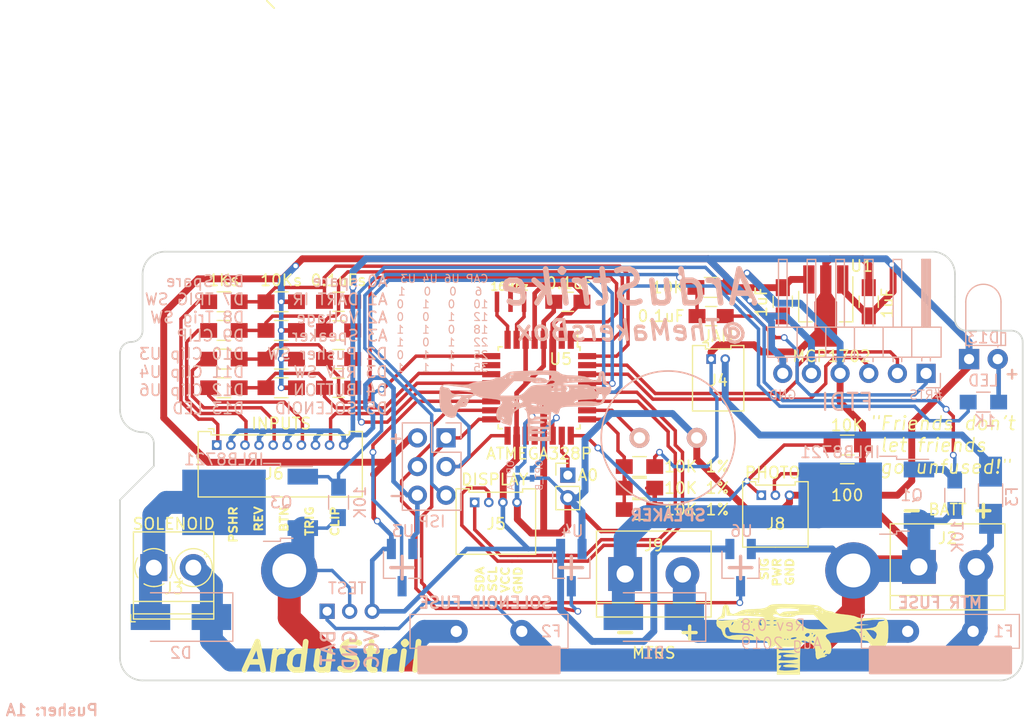
<source format=kicad_pcb>
(kicad_pcb (version 4) (host pcbnew 4.0.7)
  (title_block (date "lun. 30 mars 2015"))
  (layers (0 F.Cu signal hide) (31 B.Cu signal hide) (34 B.Paste user) (35 F.Paste user) (36 B.SilkS user hide) (37 F.SilkS user) (38 B.Mask user) (39 F.Mask user) (44 Edge.Cuts user))
  (net 0 "")
  (net 1 /Reset)
  (net 2 GND)
  (net 3 /A0)
  (net 4 /A1)
  (net 5 /A2)
  (net 6 /A3)
  (net 7 /AREF)
  (net 8 "/A4(SDA)")
  (net 9 "/A5(SCL)")
  (net 10 "/9(**)")
  (net 11 /8)
  (net 12 /7)
  (net 13 "/6(**)")
  (net 14 "/5(**)")
  (net 15 /4)
  (net 16 "/3(**)")
  (net 17 /2)
  (net 18 "/13(SCK)")
  (net 19 "/12(MISO)")
  (net 20 VCC)
  (net 21 "/11(MOSI)")
  (net 22 "/10(SS)")
  (net 23 "/0(Rx)")
  (net 24 "/1(Tx)")
  (net 25 /Vin)
  (net 26 /#RTS)
  (net 27 "Net-(J6-Pad1)")
  (net 28 "Net-(J8-Pad2)")
  (net 29 /BATT)
  (net 30 "Net-(U5-Pad7)")
  (net 31 "Net-(U5-Pad8)")
  (net 32 "Net-(J6-Pad3)")
  (net 33 "Net-(J6-Pad5)")
  (net 34 "Net-(J6-Pad7)")
  (net 35 "Net-(D1-Pad2)")
  (net 36 "Net-(D13-Pad2)")
  (net 37 "Net-(JP1-Pad2)")
  (net 38 "Net-(JP2-Pad2)")
  (net 39 "Net-(D2-Pad1)")
  (net 40 "Net-(D2-Pad2)")
  (net 41 "Net-(D1-Pad1)")
  (net 42 "Net-(F3-Pad2)")
  (module footprints:Molex_PicoBlade_53048-1010_10x1.25mm_Angled (layer F.Cu) (at 139.573 103.505)
    (fp_text reference J6 (at 5.08 2.54) (layer F.SilkS))
    (fp_text value INPUTS (at 5.715 -1.905) (layer F.SilkS))
    (pad 1 thru_hole rect (at 0 0) (size 0.85 0.85) (drill 0.5) (layers *.Cu *.Mask) (net 27 "Net-(J6-Pad1)"))
    (pad 2 thru_hole circle (at 1.25 0) (size 0.85 0.85) (drill 0.5) (layers *.Cu *.Mask) (net 2 GND))
    (pad 3 thru_hole circle (at 2.5 0) (size 0.85 0.85) (drill 0.5) (layers *.Cu *.Mask) (net 32 "Net-(J6-Pad3)"))
    (pad 4 thru_hole circle (at 3.75 0) (size 0.85 0.85) (drill 0.5) (layers *.Cu *.Mask) (net 2 GND))
    (pad 5 thru_hole circle (at 5 0) (size 0.85 0.85) (drill 0.5) (layers *.Cu *.Mask) (net 33 "Net-(J6-Pad5)"))
    (pad 6 thru_hole circle (at 6.25 0) (size 0.85 0.85) (drill 0.5) (layers *.Cu *.Mask) (net 2 GND))
    (pad 7 thru_hole circle (at 7.5 0) (size 0.85 0.85) (drill 0.5) (layers *.Cu *.Mask) (net 34 "Net-(J6-Pad7)"))
    (pad 8 thru_hole circle (at 8.75 0) (size 0.85 0.85) (drill 0.5) (layers *.Cu *.Mask) (net 2 GND))
    (pad 9 thru_hole circle (at 10 0) (size 0.85 0.85) (drill 0.5) (layers *.Cu *.Mask) (net 11 /8))
    (pad 10 thru_hole circle (at 11.25 0) (size 0.85 0.85) (drill 0.5) (layers *.Cu *.Mask) (net 2 GND))
  )
  (module footprints:Fuse_Littelfuse-LVR125 (layer B.Cu) (at 163.703 120.015 180)
    (fp_text reference F2 (at -5.5 0 180) (layer B.SilkS) (effects (justify mirror)))
    (fp_text value PTC)
    (pad 1 thru_hole circle (at -2.9 0 180) (size 2 2) (drill 1) (layers *.Cu *.Mask) (net 29 /BATT))
    (pad 2 thru_hole circle (at 2.9 0 180) (size 2 2) (drill 1) (layers *.Cu *.Mask) (net 39 "Net-(D2-Pad1)"))
  )
  (module footprints:Fuse_Littelfuse-LVR125 (layer B.Cu) (at 203.708 120.015)
    (fp_text reference F1 (at 5.588 0) (layer B.SilkS) (effects (justify mirror)))
    (fp_text value PTC)
    (pad 1 thru_hole circle (at -2.9 0) (size 2 2) (drill 1) (layers *.Cu *.Mask) (net 41 "Net-(D1-Pad1)"))
    (pad 2 thru_hole circle (at 2.9 0) (size 2 2) (drill 1) (layers *.Cu *.Mask) (net 29 /BATT))
  )
  (module footprints:Molex_PicoBlade_53048-0210_02x1.25mm_Angled (layer F.Cu) (at 183.388 95.885)
    (fp_text reference J4 (at 0.635 1.905) (layer F.SilkS))
    (fp_text value JAM (at 0.635 -2.032) (layer F.SilkS))
    (pad 1 thru_hole rect (at 0 0) (size 0.85 0.85) (drill 0.5) (layers *.Cu *.Mask) (net 25 /Vin))
    (pad 2 thru_hole circle (at 1.25 0) (size 0.85 0.85) (drill 0.5) (layers *.Cu *.Mask) (net 42 "Net-(F3-Pad2)"))
  )
  (module footprints:SolderWirePad_single_2-5mmDrill (layer F.Cu) (at 145.998 114.619)
    (fp_text reference J14 hide)
    (fp_text value NPTH)
    (pad 1 thru_hole circle (at 0 0) (size 5 5) (drill 3) (layers *.Cu *.Mask) (net 2 GND))
  )
  (module Pin_Header_Straight_1x03_Pitch2.00mm (layer B.Cu) (at 149.352 118.237 270)
    (fp_text reference J1 hide)
    (fp_text value TEST (at -2.032 -1.778 540) (layer B.SilkS) (effects (justify mirror)))
    (pad 1 thru_hole rect (at 0 0 270) (size 1.35 1.35) (drill 0.8) (layers *.Cu *.Mask) (net 29 /BATT))
    (pad 2 thru_hole oval (at 0 -2 270) (size 1.35 1.35) (drill 0.8) (layers *.Cu *.Mask) (net 2 GND))
    (pad 3 thru_hole oval (at 0 -4 270) (size 1.35 1.35) (drill 0.8) (layers *.Cu *.Mask) (net 20 VCC))
  )
  (module Pin_Header_Straight_2x03_Pitch2.54mm (layer B.Cu) (at 159.893 102.87 180)
    (fp_text reference CON1 hide)
    (fp_text value ISP (at 1.27 -7.41 180) (layer B.SilkS) (effects (justify mirror)))
    (pad 1 thru_hole rect (at 0 0 180) (size 1.7 1.7) (drill 1) (layers *.Cu *.Mask) (net 19 "/12(MISO)"))
    (pad 2 thru_hole oval (at 2.54 0 180) (size 1.7 1.7) (drill 1) (layers *.Cu *.Mask) (net 20 VCC))
    (pad 3 thru_hole oval (at 0 -2.54 180) (size 1.7 1.7) (drill 1) (layers *.Cu *.Mask) (net 18 "/13(SCK)"))
    (pad 4 thru_hole oval (at 2.54 -2.54 180) (size 1.7 1.7) (drill 1) (layers *.Cu *.Mask) (net 21 "/11(MOSI)"))
    (pad 5 thru_hole oval (at 0 -5.08 180) (size 1.7 1.7) (drill 1) (layers *.Cu *.Mask) (net 1 /Reset))
    (pad 6 thru_hole oval (at 2.54 -5.08 180) (size 1.7 1.7) (drill 1) (layers *.Cu *.Mask) (net 2 GND))
  )
  (module footprints:TerminalBlock_bornier-2_P5.08mm (layer F.Cu) (at 175.768 114.935)
    (fp_text reference J9 (at 2.54 -2.54) (layer F.SilkS))
    (fp_text value MTRS (at 2.54 6.985) (layer F.SilkS))
    (pad 1 thru_hole rect (at 0 0) (size 3 3) (drill 1.52) (layers *.Cu *.Mask) (net 35 "Net-(D1-Pad2)"))
    (pad 2 thru_hole circle (at 5.08 0) (size 3 3) (drill 1.52) (layers *.Cu *.Mask) (net 41 "Net-(D1-Pad1)"))
  )
  (module footprints:SolderWirePad_single_2-5mmDrill (layer F.Cu) (at 195.998 114.619)
    (fp_text reference J14 hide)
    (fp_text value NPTH)
    (pad 1 thru_hole circle (at 0 0) (size 5 5) (drill 3) (layers *.Cu *.Mask) (net 2 GND))
  )
  (module footprints:RS_left (layer B.Cu) (at 166.878 99.06 180)
    (fp_text reference G*** hide)
    (fp_text value LOGO hide)
  )
  (module footprints:RS_left (layer F.Cu) (at 191.516 119.761)
    (fp_text reference G*** hide)
    (fp_text value LOGO hide)
  )
  (module footprints:TerminalBlock_Phoenix_PT-1,5-2-3.5-H_1x02_P3.50mm_Horizontal (layer F.Cu) (at 133.998 114.365)
    (fp_text reference J3 (at 1.765 1.84) (layer F.SilkS))
    (fp_text value SOLENOID (at 1.765 -3.875 180) (layer F.SilkS))
    (pad 1 thru_hole rect (at 0 0) (size 2.4 2.4) (drill 1.4) (layers *.Cu *.Mask) (net 40 "Net-(D2-Pad2)"))
    (pad 2 thru_hole circle (at 3.5 0) (size 2.4 2.4) (drill 1.4) (layers *.Cu *.Mask) (net 39 "Net-(D2-Pad1)"))
  )
  (module footprints:Pin_Header_Straight_1x02_Pitch2.00mm (layer F.Cu) (at 170.688 106.172)
    (fp_text reference J11 hide)
    (fp_text value A0 (at 1.778 0) (layer F.SilkS))
    (pad 1 thru_hole rect (at 0 0) (size 1.35 1.35) (drill 0.8) (layers *.Cu *.Mask) (net 3 /A0))
    (pad 2 thru_hole oval (at 0 2) (size 1.35 1.35) (drill 0.8) (layers *.Cu *.Mask) (net 2 GND))
  )
  (module footprints:TerminalBlock_bornier-2_P5.08mm (layer F.Cu) (at 201.803 114.3)
    (fp_text reference J2 (at 2.54 -2.54) (layer F.SilkS))
    (fp_text value BATT (at 2.54 -5.08) (layer F.SilkS))
    (pad 1 thru_hole rect (at 0 0) (size 3 3) (drill 1.52) (layers *.Cu *.Mask) (net 2 GND))
    (pad 2 thru_hole circle (at 5.08 0) (size 3 3) (drill 1.52) (layers *.Cu *.Mask) (net 29 /BATT))
  )
  (module footprints:C_0805_HandSoldering (layer F.Cu) (at 197.358 90.805 270)
    (fp_text reference C1 hide)
    (fp_text value 1uF (at 0.127 -1.651 270) (layer F.SilkS))
    (pad 1 smd rect (at -1.25 0 270) (size 1.5 1.25) (layers F.Cu F.Paste F.Mask) (net 25 /Vin))
    (pad 2 smd rect (at 1.25 0 270) (size 1.5 1.25) (layers F.Cu F.Paste F.Mask) (net 2 GND))
  )
  (module footprints:C_0805_HandSoldering (layer F.Cu) (at 189.738 90.805 270)
    (fp_text reference C4 hide)
    (fp_text value 1uF (at 0 1.905 270) (layer F.SilkS))
    (pad 1 smd rect (at -1.25 0 270) (size 1.5 1.25) (layers F.Cu F.Paste F.Mask) (net 20 VCC))
    (pad 2 smd rect (at 1.25 0 270) (size 1.5 1.25) (layers F.Cu F.Paste F.Mask) (net 2 GND))
  )
  (module footprints:C_0805_HandSoldering (layer F.Cu) (at 170.688 90.805)
    (fp_text reference C5 hide)
    (fp_text value 0.1uF (at 0.127 -1.651) (layer F.SilkS))
    (pad 1 smd rect (at -1.25 0) (size 1.5 1.25) (layers F.Cu F.Paste F.Mask) (net 20 VCC))
    (pad 2 smd rect (at 1.25 0) (size 1.5 1.25) (layers F.Cu F.Paste F.Mask) (net 2 GND))
  )
  (module footprints:C_0805_HandSoldering (layer F.Cu) (at 150.368 90.805)
    (fp_text reference C6 hide)
    (fp_text value 0.1uFs (at 0 -1.905) (layer F.SilkS))
    (pad 1 smd rect (at -1.25 0) (size 1.5 1.25) (layers F.Cu F.Paste F.Mask) (net 17 /2))
    (pad 2 smd rect (at 1.25 0) (size 1.5 1.25) (layers F.Cu F.Paste F.Mask) (net 2 GND))
  )
  (module footprints:C_0805_HandSoldering (layer F.Cu) (at 150.368 93.345)
    (fp_text reference C7 hide)
    (fp_text value 0.1uF hide)
    (pad 1 smd rect (at -1.25 0) (size 1.5 1.25) (layers F.Cu F.Paste F.Mask) (net 16 "/3(**)"))
    (pad 2 smd rect (at 1.25 0) (size 1.5 1.25) (layers F.Cu F.Paste F.Mask) (net 2 GND))
  )
  (module footprints:C_0805_HandSoldering (layer F.Cu) (at 150.368 98.425)
    (fp_text reference C8 hide)
    (fp_text value 0.1uF hide)
    (pad 1 smd rect (at -1.25 0) (size 1.5 1.25) (layers F.Cu F.Paste F.Mask) (net 12 /7))
    (pad 2 smd rect (at 1.25 0) (size 1.5 1.25) (layers F.Cu F.Paste F.Mask) (net 2 GND))
  )
  (module footprints:C_0805_HandSoldering (layer F.Cu) (at 183.388 92.075 180)
    (fp_text reference C9 hide)
    (fp_text value 0.1uF (at 4.445 0 180) (layer F.SilkS))
    (pad 1 smd rect (at -1.25 0 180) (size 1.5 1.25) (layers F.Cu F.Paste F.Mask) (net 26 /#RTS))
    (pad 2 smd rect (at 1.25 0 180) (size 1.5 1.25) (layers F.Cu F.Paste F.Mask) (net 1 /Reset))
  )
  (module footprints:C_0805_HandSoldering (layer F.Cu) (at 150.368 95.885)
    (fp_text reference C10 hide)
    (fp_text value 0.1uF hide)
    (pad 1 smd rect (at -1.25 0) (size 1.5 1.25) (layers F.Cu F.Paste F.Mask) (net 15 /4))
    (pad 2 smd rect (at 1.25 0) (size 1.5 1.25) (layers F.Cu F.Paste F.Mask) (net 2 GND))
  )
  (module footprints:R_0805_HandSoldering (layer B.Cu) (at 207.518 99.695)
    (fp_text reference R2 hide)
    (fp_text value 1K (at 0.127 1.651) (layer B.SilkS) (effects (justify mirror)))
    (pad 1 smd rect (at -1.35 0) (size 1.5 1.3) (layers B.Cu B.Paste B.Mask) (net 18 "/13(SCK)"))
    (pad 2 smd rect (at 1.35 0) (size 1.5 1.3) (layers B.Cu B.Paste B.Mask) (net 36 "Net-(D13-Pad2)"))
  )
  (module footprints:R_0805_HandSoldering (layer F.Cu) (at 145.288 90.805)
    (fp_text reference R4 hide)
    (fp_text value 10Ks (at 0 -1.905) (layer F.SilkS))
    (pad 1 smd rect (at -1.35 0) (size 1.5 1.3) (layers F.Cu F.Paste F.Mask) (net 17 /2))
    (pad 2 smd rect (at 1.35 0) (size 1.5 1.3) (layers F.Cu F.Paste F.Mask) (net 20 VCC))
  )
  (module footprints:R_0805_HandSoldering (layer F.Cu) (at 140.208 90.805)
    (fp_text reference R5 hide)
    (fp_text value 1Ks (at 0 -1.905) (layer F.SilkS))
    (pad 1 smd rect (at -1.35 0) (size 1.5 1.3) (layers F.Cu F.Paste F.Mask) (net 27 "Net-(J6-Pad1)"))
    (pad 2 smd rect (at 1.35 0) (size 1.5 1.3) (layers F.Cu F.Paste F.Mask) (net 17 /2))
  )
  (module footprints:R_0805_HandSoldering (layer F.Cu) (at 145.288 93.345)
    (fp_text reference R6 hide)
    (fp_text value 10K)
    (pad 1 smd rect (at -1.35 0) (size 1.5 1.3) (layers F.Cu F.Paste F.Mask) (net 16 "/3(**)"))
    (pad 2 smd rect (at 1.35 0) (size 1.5 1.3) (layers F.Cu F.Paste F.Mask) (net 20 VCC))
  )
  (module footprints:R_0805_HandSoldering (layer F.Cu) (at 140.208 93.345)
    (fp_text reference R7 hide)
    (fp_text value 1K)
    (pad 1 smd rect (at -1.35 0) (size 1.5 1.3) (layers F.Cu F.Paste F.Mask) (net 32 "Net-(J6-Pad3)"))
    (pad 2 smd rect (at 1.35 0) (size 1.5 1.3) (layers F.Cu F.Paste F.Mask) (net 16 "/3(**)"))
  )
  (module footprints:R_0805_HandSoldering (layer F.Cu) (at 177.038 105.41)
    (fp_text reference R8 hide)
    (fp_text value "10K 1%" (at 5.08 0) (layer F.SilkS))
    (pad 1 smd rect (at -1.35 0) (size 1.5 1.3) (layers F.Cu F.Paste F.Mask) (net 5 /A2))
    (pad 2 smd rect (at 1.35 0) (size 1.5 1.3) (layers F.Cu F.Paste F.Mask) (net 25 /Vin))
  )
  (module footprints:R_0805_HandSoldering (layer B.Cu) (at 204.978 107.95 90)
    (fp_text reference R9 hide)
    (fp_text value 10K (at -3.683 0.254 90) (layer B.SilkS) (effects (justify mirror)))
    (pad 1 smd rect (at -1.35 0 90) (size 1.5 1.3) (layers B.Cu B.Paste B.Mask) (net 2 GND))
    (pad 2 smd rect (at 1.35 0 90) (size 1.5 1.3) (layers B.Cu B.Paste B.Mask) (net 10 "/9(**)"))
  )
  (module footprints:R_0805_HandSoldering (layer F.Cu) (at 145.288 98.425)
    (fp_text reference R10 hide)
    (fp_text value 10K)
    (pad 1 smd rect (at -1.35 0) (size 1.5 1.3) (layers F.Cu F.Paste F.Mask) (net 12 /7))
    (pad 2 smd rect (at 1.35 0) (size 1.5 1.3) (layers F.Cu F.Paste F.Mask) (net 20 VCC))
  )
  (module footprints:R_0805_HandSoldering (layer F.Cu) (at 140.208 98.425)
    (fp_text reference R11 hide)
    (fp_text value 1K)
    (pad 1 smd rect (at -1.35 0) (size 1.5 1.3) (layers F.Cu F.Paste F.Mask) (net 34 "Net-(J6-Pad7)"))
    (pad 2 smd rect (at 1.35 0) (size 1.5 1.3) (layers F.Cu F.Paste F.Mask) (net 12 /7))
  )
  (module footprints:R_0805_HandSoldering (layer F.Cu) (at 177.038 107.315)
    (fp_text reference R12 hide)
    (fp_text value "10K 1%" (at 5.08 0) (layer F.SilkS))
    (pad 1 smd rect (at -1.35 0) (size 1.5 1.3) (layers F.Cu F.Paste F.Mask) (net 5 /A2))
    (pad 2 smd rect (at 1.35 0) (size 1.5 1.3) (layers F.Cu F.Paste F.Mask) (net 2 GND))
  )
  (module footprints:R_0805_HandSoldering (layer F.Cu) (at 183.388 89.535)
    (fp_text reference R17 hide)
    (fp_text value 10K (at -3.81 0) (layer F.SilkS))
    (pad 1 smd rect (at -1.35 0) (size 1.5 1.3) (layers F.Cu F.Paste F.Mask) (net 1 /Reset))
    (pad 2 smd rect (at 1.35 0) (size 1.5 1.3) (layers F.Cu F.Paste F.Mask) (net 20 VCC))
  )
  (module footprints:R_0805_HandSoldering (layer F.Cu) (at 140.208 95.885)
    (fp_text reference R18 hide)
    (fp_text value 1K)
    (pad 1 smd rect (at -1.35 0) (size 1.5 1.3) (layers F.Cu F.Paste F.Mask) (net 33 "Net-(J6-Pad5)"))
    (pad 2 smd rect (at 1.35 0) (size 1.5 1.3) (layers F.Cu F.Paste F.Mask) (net 15 /4))
  )
  (module footprints:R_0805_HandSoldering (layer F.Cu) (at 145.288 95.885)
    (fp_text reference R19 hide)
    (fp_text value 10K)
    (pad 1 smd rect (at -1.35 0) (size 1.5 1.3) (layers F.Cu F.Paste F.Mask) (net 15 /4))
    (pad 2 smd rect (at 1.35 0) (size 1.5 1.3) (layers F.Cu F.Paste F.Mask) (net 20 VCC))
  )
  (module footprints:R_0805_HandSoldering (layer F.Cu) (at 195.453 103.505 180)
    (fp_text reference R20 hide)
    (fp_text value 10K (at 0 1.75 180) (layer F.SilkS))
    (pad 1 smd rect (at -1.35 0 180) (size 1.5 1.3) (layers F.Cu F.Paste F.Mask) (net 20 VCC))
    (pad 2 smd rect (at 1.35 0 180) (size 1.5 1.3) (layers F.Cu F.Paste F.Mask) (net 4 /A1))
  )
  (module footprints:R_0805_HandSoldering (layer F.Cu) (at 195.453 106.045 180)
    (fp_text reference R21 hide)
    (fp_text value 100 (at 0 -1.905 180) (layer F.SilkS))
    (pad 1 smd rect (at -1.35 0 180) (size 1.5 1.3) (layers F.Cu F.Paste F.Mask) (net 20 VCC))
    (pad 2 smd rect (at 1.35 0 180) (size 1.5 1.3) (layers F.Cu F.Paste F.Mask) (net 28 "Net-(J8-Pad2)"))
  )
  (module footprints:Resonator_SMD_CTSC_1.3mmx3.2mm (layer F.Cu) (at 165.608 90.805)
    (fp_text reference Y1 hide)
    (fp_text value 16Mhz (at -0.089803 -1.347038) (layer F.SilkS) (effects (font (size 0.7 0.7))))
    (pad 1 smd rect (at -1.2 0) (size 0.4 1.8) (layers F.Cu F.Paste F.Mask) (net 31 "Net-(U5-Pad8)"))
    (pad 2 smd rect (at 0 0) (size 0.4 1.8) (layers F.Cu F.Paste F.Mask) (net 2 GND))
    (pad 3 smd rect (at 1.2 0) (size 0.4 1.8) (layers F.Cu F.Paste F.Mask) (net 30 "Net-(U5-Pad7)"))
  )
  (module footprints:TO-252-2_hand_soldering (layer B.Cu) (at 197.358 107.95 180)
    (fp_text reference Q1 (at -3.81 0 180) (layer B.SilkS) (effects (justify mirror)))
    (fp_text value IRLB8721 (at 2.54 3.81 180) (layer B.SilkS) (effects (justify mirror)))
    (pad 1 smd rect (at -4.45 2.28 180) (size 2.7 1.4) (layers B.Cu B.Paste B.Mask) (net 10 "/9(**)"))
    (pad 3 smd rect (at -4.45 -2.28 180) (size 2.7 1.4) (layers B.Cu B.Paste B.Mask) (net 2 GND))
    (pad 2 smd rect (at 2.532 0 180) (size 7.4 5.8) (layers B.Cu B.Mask) (net 35 "Net-(D1-Pad2)"))
  )
  (module footprints:LED_D3.0mm_Horizontal_O1.27mm_Z10.0mm (layer B.Cu) (at 206.248 95.885)
    (fp_text reference D13 (at 1.27 -1.905) (layer B.SilkS) (effects (justify mirror)))
    (fp_text value LED (at 1.27 1.905) (layer B.SilkS) (effects (justify mirror)))
    (pad 1 thru_hole rect (at 0 0) (size 1.8 1.8) (drill 0.9) (layers *.Cu *.Mask) (net 2 GND))
    (pad 2 thru_hole circle (at 2.54 0) (size 1.8 1.8) (drill 0.9) (layers *.Cu *.Mask) (net 36 "Net-(D13-Pad2)"))
  )
  (module footprints:JMPR (layer B.Cu) (at 166.243 106.045 90)
    (fp_text reference JP1 hide)
    (fp_text value OPT_A (at -0.127 -0.635 90) (layer B.SilkS) (effects (font (size 0.6 0.6) (thickness 0.075)) (justify mirror)))
    (pad 1 smd rect (at -0.4 0 90) (size 0.6 0.4) (layers B.Cu B.Paste B.Mask) (net 2 GND))
    (pad 2 smd rect (at 0.4 0 90) (size 0.6 0.4) (layers B.Cu B.Paste B.Mask) (net 37 "Net-(JP1-Pad2)"))
  )
  (module footprints:JMPR (layer B.Cu) (at 167.513 106.045 90)
    (fp_text reference JP2 hide)
    (fp_text value OPT_B (at -0.127 0.635 90) (layer B.SilkS) (effects (font (size 0.6 0.6) (thickness 0.075)) (justify mirror)))
    (pad 1 smd rect (at -0.4 0 90) (size 0.6 0.4) (layers B.Cu B.Paste B.Mask) (net 2 GND))
    (pad 2 smd rect (at 0.4 0 90) (size 0.6 0.4) (layers B.Cu B.Paste B.Mask) (net 38 "Net-(JP2-Pad2)"))
  )
  (module footprints:SPEAKER (layer B.Cu) (at 179.578 102.87 270)
    (fp_text reference LS1 hide)
    (fp_text value SPEAKER (at 6.858 0 360) (layer B.SilkS) (effects (font (thickness 0.22225)) (justify mirror)))
    (pad 2 thru_hole circle (at 0 -2.54 270) (size 1.778 1.778) (drill 1.016) (layers *.Cu *.Mask B.SilkS) (net 2 GND))
    (pad 1 thru_hole circle (at 0 2.54 270) (size 1.778 1.778) (drill 1.016) (layers *.Cu *.Mask B.SilkS) (net 6 /A3))
  )
  (module footprints:R_0805_HandSoldering (layer F.Cu) (at 177.038 109.22)
    (fp_text reference R13 hide)
    (fp_text value "10K 1%" (at 5.08 0) (layer F.SilkS))
    (pad 1 smd rect (at -1.35 0) (size 1.5 1.3) (layers F.Cu F.Paste F.Mask) (net 5 /A2))
    (pad 2 smd rect (at 1.35 0) (size 1.5 1.3) (layers F.Cu F.Paste F.Mask) (net 2 GND))
  )
  (module footprints:D_SMB_Handsoldering (layer B.Cu) (at 178.308 118.745 180)
    (fp_text reference D1 (at 0 -3.175 180) (layer B.SilkS) (effects (justify mirror)))
    (fp_text value KICKBACK)
    (pad 1 smd rect (at -2.7 0 180) (size 3.5 2.3) (layers B.Cu B.Paste B.Mask) (net 41 "Net-(D1-Pad1)"))
    (pad 2 smd rect (at 2.7 0 180) (size 3.5 2.3) (layers B.Cu B.Paste B.Mask) (net 35 "Net-(D1-Pad2)"))
  )
  (module footprints:Molex_PicoBlade_53048-0410_04x1.25mm_Angled (layer F.Cu) (at 162.433 108.585)
    (fp_text reference J5 (at 1.905 1.905) (layer F.SilkS))
    (fp_text value DISPLAY (at 1.778 -2.032) (layer F.SilkS))
    (pad 1 thru_hole rect (at 0 0) (size 0.85 0.85) (drill 0.5) (layers *.Cu *.Mask) (net 8 "/A4(SDA)"))
    (pad 2 thru_hole circle (at 1.25 0) (size 0.85 0.85) (drill 0.5) (layers *.Cu *.Mask) (net 9 "/A5(SCL)"))
    (pad 3 thru_hole circle (at 2.5 0) (size 0.85 0.85) (drill 0.5) (layers *.Cu *.Mask) (net 20 VCC))
    (pad 4 thru_hole circle (at 3.75 0) (size 0.85 0.85) (drill 0.5) (layers *.Cu *.Mask) (net 2 GND))
  )
  (module footprints:Pin_Header_Angled_1x06_Pitch2.54mm (layer B.Cu) (at 202.438 97.155 90)
    (fp_text reference J7 hide)
    (fp_text value FTDI)
    (pad 1 thru_hole rect (at 0 0 90) (size 1.7 1.7) (drill 1) (layers *.Cu *.Mask) (net 26 /#RTS))
    (pad 2 thru_hole oval (at 0 -2.54 90) (size 1.7 1.7) (drill 1) (layers *.Cu *.Mask) (net 24 "/1(Tx)"))
    (pad 3 thru_hole oval (at 0 -5.08 90) (size 1.7 1.7) (drill 1) (layers *.Cu *.Mask) (net 23 "/0(Rx)"))
    (pad 4 thru_hole oval (at 0 -7.62 90) (size 1.7 1.7) (drill 1) (layers *.Cu *.Mask) (net 20 VCC))
    (pad 5 thru_hole oval (at 0 -10.16 90) (size 1.7 1.7) (drill 1) (layers *.Cu *.Mask) (net 2 GND))
    (pad 6 thru_hole oval (at 0 -12.7 90) (size 1.7 1.7) (drill 1) (layers *.Cu *.Mask) (net 2 GND))
  )
  (module footprints:Molex_PicoBlade_53048-0310_03x1.25mm_Angled (layer F.Cu) (at 187.833 107.95)
    (fp_text reference J8 (at 1.27 2.54) (layer F.SilkS))
    (fp_text value PHOTO (at 1 -2) (layer F.SilkS))
    (pad 1 thru_hole rect (at 0 0) (size 0.85 0.85) (drill 0.5) (layers *.Cu *.Mask) (net 4 /A1))
    (pad 2 thru_hole circle (at 1.25 0) (size 0.85 0.85) (drill 0.5) (layers *.Cu *.Mask) (net 28 "Net-(J8-Pad2)"))
    (pad 3 thru_hole circle (at 2.5 0) (size 0.85 0.85) (drill 0.5) (layers *.Cu *.Mask) (net 2 GND))
  )
  (module footprints:SOT-89-3_Handsoldering (layer F.Cu) (at 193.548 90.805 270)
    (fp_text reference U1 (at -3.175 -3.175 360) (layer F.SilkS))
    (fp_text value MCP1702 (at 4.826 -0.508 360) (layer F.SilkS))
    (pad 1 smd rect (at -1.98 -1.5 180) (size 1 2.5) (layers F.Cu F.Paste F.Mask) (net 2 GND))
    (pad 2 smd rect (at -1.98 0 180) (size 1 2.5) (layers F.Cu F.Paste F.Mask) (net 25 /Vin))
    (pad 3 smd rect (at -1.98 1.5 180) (size 1 2.5) (layers F.Cu F.Paste F.Mask) (net 20 VCC))
    (pad 2 smd rect (at 1.98 0 180) (size 2 4) (layers F.Cu F.Paste F.Mask) (net 25 /Vin))
    (pad 2 smd trapezoid (at -0.37 0) (size 1.5 0.75) (rect_delta 0 0.5) (layers F.Cu F.Paste F.Mask) (net 25 /Vin))
  )
  (module footprints:SC-59_Handsoldering (layer B.Cu) (at 155.998 114.365 270)
    (fp_text reference U3 (at -3.24 -0.085 360) (layer B.SilkS) (effects (justify mirror)))
    (fp_text value "HALL SENSOR")
    (pad 1 smd rect (at -1.65 0.95 270) (size 1.8 0.8) (layers B.Cu B.Paste B.Mask) (net 20 VCC))
    (pad 2 smd rect (at -1.65 -0.95 270) (size 1.8 0.8) (layers B.Cu B.Paste B.Mask) (net 2 GND))
    (pad 3 smd rect (at 1.65 0 270) (size 1.8 0.8) (layers B.Cu B.Paste B.Mask) (net 22 "/10(SS)"))
  )
  (module footprints:SC-59_Handsoldering (layer B.Cu) (at 170.998 114.365 270)
    (fp_text reference U4 (at -3.24 -0.085 360) (layer B.SilkS) (effects (justify mirror)))
    (fp_text value "HALL SENSOR")
    (pad 1 smd rect (at -1.65 0.95 270) (size 1.8 0.8) (layers B.Cu B.Paste B.Mask) (net 20 VCC))
    (pad 2 smd rect (at -1.65 -0.95 270) (size 1.8 0.8) (layers B.Cu B.Paste B.Mask) (net 2 GND))
    (pad 3 smd rect (at 1.65 0 270) (size 1.8 0.8) (layers B.Cu B.Paste B.Mask) (net 21 "/11(MOSI)"))
  )
  (module footprints:TQFP-32_7x7mm_Pitch0.8mm (layer F.Cu) (at 168.148 98.425 270)
    (fp_text reference U5 (at -2.54 -1.905 360) (layer F.SilkS))
    (fp_text value ATMEGA328P (at 5.842 0 360) (layer F.SilkS))
    (pad 1 smd rect (at -4.25 -2.8 270) (size 1.6 0.55) (layers F.Cu F.Paste F.Mask) (net 16 "/3(**)"))
    (pad 2 smd rect (at -4.25 -2 270) (size 1.6 0.55) (layers F.Cu F.Paste F.Mask) (net 15 /4))
    (pad 3 smd rect (at -4.25 -1.2 270) (size 1.6 0.55) (layers F.Cu F.Paste F.Mask) (net 2 GND))
    (pad 4 smd rect (at -4.25 -0.4 270) (size 1.6 0.55) (layers F.Cu F.Paste F.Mask) (net 20 VCC))
    (pad 5 smd rect (at -4.25 0.4 270) (size 1.6 0.55) (layers F.Cu F.Paste F.Mask) (net 2 GND))
    (pad 6 smd rect (at -4.25 1.2 270) (size 1.6 0.55) (layers F.Cu F.Paste F.Mask) (net 20 VCC))
    (pad 7 smd rect (at -4.25 2 270) (size 1.6 0.55) (layers F.Cu F.Paste F.Mask) (net 30 "Net-(U5-Pad7)"))
    (pad 8 smd rect (at -4.25 2.8 270) (size 1.6 0.55) (layers F.Cu F.Paste F.Mask) (net 31 "Net-(U5-Pad8)"))
    (pad 9 smd rect (at -2.8 4.25) (size 1.6 0.55) (layers F.Cu F.Paste F.Mask) (net 14 "/5(**)"))
    (pad 10 smd rect (at -2 4.25) (size 1.6 0.55) (layers F.Cu F.Paste F.Mask) (net 13 "/6(**)"))
    (pad 11 smd rect (at -1.2 4.25) (size 1.6 0.55) (layers F.Cu F.Paste F.Mask) (net 12 /7))
    (pad 12 smd rect (at -0.4 4.25) (size 1.6 0.55) (layers F.Cu F.Paste F.Mask) (net 11 /8))
    (pad 13 smd rect (at 0.4 4.25) (size 1.6 0.55) (layers F.Cu F.Paste F.Mask) (net 10 "/9(**)"))
    (pad 14 smd rect (at 1.2 4.25) (size 1.6 0.55) (layers F.Cu F.Paste F.Mask) (net 22 "/10(SS)"))
    (pad 15 smd rect (at 2 4.25) (size 1.6 0.55) (layers F.Cu F.Paste F.Mask) (net 21 "/11(MOSI)"))
    (pad 16 smd rect (at 2.8 4.25) (size 1.6 0.55) (layers F.Cu F.Paste F.Mask) (net 19 "/12(MISO)"))
    (pad 17 smd rect (at 4.25 2.8 270) (size 1.6 0.55) (layers F.Cu F.Paste F.Mask) (net 18 "/13(SCK)"))
    (pad 18 smd rect (at 4.25 2 270) (size 1.6 0.55) (layers F.Cu F.Paste F.Mask) (net 20 VCC))
    (pad 19 smd rect (at 4.25 1.2 270) (size 1.6 0.55) (layers F.Cu F.Paste F.Mask) (net 37 "Net-(JP1-Pad2)"))
    (pad 20 smd rect (at 4.25 0.4 270) (size 1.6 0.55) (layers F.Cu F.Paste F.Mask) (net 7 /AREF))
    (pad 21 smd rect (at 4.25 -0.4 270) (size 1.6 0.55) (layers F.Cu F.Paste F.Mask) (net 2 GND))
    (pad 22 smd rect (at 4.25 -1.2 270) (size 1.6 0.55) (layers F.Cu F.Paste F.Mask) (net 38 "Net-(JP2-Pad2)"))
    (pad 23 smd rect (at 4.25 -2 270) (size 1.6 0.55) (layers F.Cu F.Paste F.Mask) (net 3 /A0))
    (pad 24 smd rect (at 4.25 -2.8 270) (size 1.6 0.55) (layers F.Cu F.Paste F.Mask) (net 4 /A1))
    (pad 25 smd rect (at 2.8 -4.25) (size 1.6 0.55) (layers F.Cu F.Paste F.Mask) (net 5 /A2))
    (pad 26 smd rect (at 2 -4.25) (size 1.6 0.55) (layers F.Cu F.Paste F.Mask) (net 6 /A3))
    (pad 27 smd rect (at 1.2 -4.25) (size 1.6 0.55) (layers F.Cu F.Paste F.Mask) (net 8 "/A4(SDA)"))
    (pad 28 smd rect (at 0.4 -4.25) (size 1.6 0.55) (layers F.Cu F.Paste F.Mask) (net 9 "/A5(SCL)"))
    (pad 29 smd rect (at -0.4 -4.25) (size 1.6 0.55) (layers F.Cu F.Paste F.Mask) (net 1 /Reset))
    (pad 30 smd rect (at -1.2 -4.25) (size 1.6 0.55) (layers F.Cu F.Paste F.Mask) (net 23 "/0(Rx)"))
    (pad 31 smd rect (at -2 -4.25) (size 1.6 0.55) (layers F.Cu F.Paste F.Mask) (net 24 "/1(Tx)"))
    (pad 32 smd rect (at -2.8 -4.25) (size 1.6 0.55) (layers F.Cu F.Paste F.Mask) (net 17 /2))
  )
  (module footprints:SC-59_Handsoldering (layer B.Cu) (at 185.998 114.365 270)
    (fp_text reference U6 (at -3.24 -0.085 360) (layer B.SilkS) (effects (justify mirror)))
    (fp_text value "HALL SENSOR")
    (pad 1 smd rect (at -1.65 0.95 270) (size 1.8 0.8) (layers B.Cu B.Paste B.Mask) (net 20 VCC))
    (pad 2 smd rect (at -1.65 -0.95 270) (size 1.8 0.8) (layers B.Cu B.Paste B.Mask) (net 2 GND))
    (pad 3 smd rect (at 1.65 0 270) (size 1.8 0.8) (layers B.Cu B.Paste B.Mask) (net 19 "/12(MISO)"))
  )
  (module footprints:D_SMB_Handsoldering (layer B.Cu) (at 136.398 118.745 180)
    (fp_text reference D2 (at 0 -3.175 180) (layer B.SilkS) (effects (justify mirror)))
    (fp_text value KICKBACK)
    (pad 1 smd rect (at -2.7 0 180) (size 3.5 2.3) (layers B.Cu B.Paste B.Mask) (net 39 "Net-(D2-Pad1)"))
    (pad 2 smd rect (at 2.7 0 180) (size 3.5 2.3) (layers B.Cu B.Paste B.Mask) (net 40 "Net-(D2-Pad2)"))
  )
  (module footprints:TO-252-2_hand_soldering (layer B.Cu) (at 142.748 108.585 180)
    (fp_text reference Q3 (at -2.54 0 180) (layer B.SilkS) (effects (justify mirror)))
    (fp_text value IRLB8721 (at 2.54 3.81 180) (layer B.SilkS) (effects (justify mirror)))
    (pad 1 smd rect (at -4.45 2.28 180) (size 2.7 1.4) (layers B.Cu B.Paste B.Mask) (net 14 "/5(**)"))
    (pad 3 smd rect (at -4.45 -2.28 180) (size 2.7 1.4) (layers B.Cu B.Paste B.Mask) (net 2 GND))
    (pad 2 smd rect (at 2.532 0 180) (size 7.4 5.8) (layers B.Cu B.Mask) (net 40 "Net-(D2-Pad2)"))
  )
  (module footprints:R_0805_HandSoldering (layer B.Cu) (at 150.368 108.585 90)
    (fp_text reference R1 hide)
    (fp_text value 10K (at 0 1.905 90) (layer B.SilkS) (effects (justify mirror)))
    (pad 1 smd rect (at -1.35 0 90) (size 1.5 1.3) (layers B.Cu B.Paste B.Mask) (net 2 GND))
    (pad 2 smd rect (at 1.35 0 90) (size 1.5 1.3) (layers B.Cu B.Paste B.Mask) (net 14 "/5(**)"))
  )
  (module Fuse_Holders_and_Fuses:Fuse_SMD1206_HandSoldering (layer B.Cu) (at 208.153 107.95 90)
    (fp_text reference F3 (at -0.127 1.905 90) (layer B.SilkS) (effects (justify mirror)))
    (fp_text value PTC)
    (pad 1 smd rect (at -2.09 0) (size 2.03 2.65) (layers B.Cu B.Paste B.Mask) (net 29 /BATT))
    (pad 2 smd rect (at 2.09 0) (size 2.03 2.65) (layers B.Cu B.Paste B.Mask) (net 42 "Net-(F3-Pad2)"))
  )
  (gr_text "\"Friends don't\n let friends\n go unfused!\"" (at 197.358 103.505) (layer F.SilkS) (effects (font (size 1.2 1.2) (thickness 0.15) italic) (justify left)))
  (gr_text "SOLENOID FUSE" (at 169.418 117.475) (layer B.SilkS) (effects (font (size 1 1) (thickness 0.2)) (justify left mirror)))
  (gr_text - (at 175.768 120.015) (layer F.SilkS) (effects (font (size 1.5 1.5) (thickness 0.3))))
  (gr_text + (at 181.483 120.015) (layer F.SilkS) (effects (font (size 1.5 1.5) (thickness 0.3))))
  (gr_text - (at 201.168 109.22) (layer F.SilkS) (effects (font (size 1.5 1.5) (thickness 0.3))))
  (gr_text + (at 207.518 109.22) (layer F.SilkS) (effects (font (size 1.5 1.5) (thickness 0.3))))
  (gr_text - (at 155.448 107.95) (layer B.SilkS) (effects (font (size 1 1) (thickness 0.2))))
  (gr_text "Pusher: 1A" (at 124.968 127) (layer B.SilkS) (effects (font (size 1 1) (thickness 0.2)) (justify mirror)))
  (gr_text "MTR FUSE" (at 207.518 117.475) (layer B.SilkS) (effects (font (size 1 1) (thickness 0.2)) (justify left mirror)))
  (gr_text "CAP U6 U4 U3\n 6   0   0   1\n10   0   1   0\n12   1   0   0\n18   0   1   1\n22   1   0   1\n25   1   1   0\n35   1   1   1" (at 163.703 92.71) (layer B.SilkS) (effects (font (size 0.7 0.7) (thickness 0.1)) (justify left mirror)))
  (gr_text "BAT\nGND\nVCC" (at 151.384 119.761 90) (layer B.SilkS) (effects (font (size 1.2 1.2) (thickness 0.2)) (justify left mirror)))
  (gr_text "SIG\nPWR\nGND" (at 189.23 113.411 90) (layer F.SilkS) (effects (font (size 0.7 0.8) (thickness 0.175)) (justify right)))
  (gr_text "SDA\nSCL\nVCC\nGND" (at 164.592 114.173 90) (layer F.SilkS) (effects (font (size 0.7 0.8) (thickness 0.175)) (justify right)))
  (gr_text "PSHR\n\nREV\n\nBTN\n\nTRIG\n\nCLIP" (at 145.542 108.839 90) (layer F.SilkS) (effects (font (size 0.7 0.8) (thickness 0.175)) (justify right)))
  (gr_text + (at 155.448 102.87) (layer B.SilkS) (effects (font (size 1 1) (thickness 0.2))))
  (gr_line (start 184.998 114.365) (end 186.998 114.365) (angle 90) (layer B.SilkS) (width 0.3))
  (gr_line (start 185.998 113.365) (end 185.998 115.365) (angle 90) (layer B.SilkS) (width 0.3))
  (gr_line (start 169.998 114.365) (end 171.998 114.365) (angle 90) (layer B.SilkS) (width 0.3))
  (gr_line (start 170.998 113.365) (end 170.998 115.365) (angle 90) (layer B.SilkS) (width 0.3))
  (gr_line (start 154.998 114.365) (end 156.998 114.365) (angle 90) (layer B.SilkS) (width 0.3))
  (gr_line (start 155.998 113.365) (end 155.998 115.365) (angle 90) (layer B.SilkS) (width 0.3))
  (gr_line (start 144.018 64.135) (end 144.653 64.77) (angle 90) (layer F.SilkS) (width 0.15))
  (gr_text "#RTS" (at 202.438 99.06) (layer B.SilkS) (effects (font (size 0.8 0.8) (thickness 0.1)) (justify mirror)))
  (gr_line (start 130.998 122.365) (end 130.998 108.365) (angle 90) (layer Edge.Cuts) (width 0.15))
  (gr_line (start 210.998 122.365) (end 210.998 94.365) (angle 90) (layer Edge.Cuts) (width 0.15))
  (gr_text "D6 Spare\nD7 TRIG SW\nD8 Trig SW\nD9 CLIP\nD10 Clip U3\nD11 Clip U4\nD12 Clip U6\nD13 LED\n" (at 142.113 94.615) (layer B.SilkS) (effects (font (size 1 1)) (justify left mirror)))
  (gr_text + (at 210.058 97.155) (layer B.SilkS) (effects (font (size 1 1) (thickness 0.2)) (justify mirror)))
  (gr_text + (at 210.058 97.155) (layer F.SilkS) (effects (font (size 1 1) (thickness 0.2))))
  (gr_text ArduStrike (at 141.478 122.301) (layer F.SilkS) (effects (font (size 2.5 2.5) (thickness 0.5) italic) (justify left)))
  (gr_arc (start 132.998 103.365) (end 132.998 102.365) (angle 90) (layer Edge.Cuts) (width 0.15))
  (gr_line (start 130.998 100.365) (end 130.998 95.365) (angle 90) (layer Edge.Cuts) (width 0.15))
  (gr_arc (start 132.998 122.365) (end 132.998 124.365) (angle 90) (layer Edge.Cuts) (width 0.15))
  (gr_line (start 132.998 124.365) (end 208.998 124.365) (angle 90) (layer Edge.Cuts) (width 0.15))
  (gr_arc (start 208.998 122.365) (end 210.998 122.365) (angle 90) (layer Edge.Cuts) (width 0.15))
  (gr_line (start 204.998 88.365) (end 204.998 90.365) (angle 90) (layer Edge.Cuts) (width 0.15))
  (gr_arc (start 202.998 88.365) (end 202.998 86.365) (angle 90) (layer Edge.Cuts) (width 0.15))
  (gr_line (start 134.998 86.365) (end 202.998 86.365) (angle 90) (layer Edge.Cuts) (width 0.15))
  (gr_line (start 132.998 93.365) (end 132.998 88.365) (angle 90) (layer Edge.Cuts) (width 0.15))
  (gr_arc (start 134.998 88.365) (end 132.998 88.365) (angle 90) (layer Edge.Cuts) (width 0.15))
  (gr_arc (start 131.998 93.365) (end 132.998 93.365) (angle 90) (layer Edge.Cuts) (width 0.15))
  (gr_arc (start 131.998 95.365) (end 130.998 95.365) (angle 90) (layer Edge.Cuts) (width 0.15))
  (gr_arc (start 132.998 100.365) (end 132.998 102.365) (angle 90) (layer Edge.Cuts) (width 0.15))
  (gr_line (start 133.998 103.365) (end 133.998 105.365) (angle 90) (layer Edge.Cuts) (width 0.15))
  (gr_text "A0 spare\nA1 DART IR\nA2 Voltage\nA3 Speaker\nD2 Pusher SW\nD3 REV SW\nD4 BUTTON\nD5 SOLENOID" (at 154.813 94.615) (layer B.SilkS) (effects (font (size 1 1)) (justify left mirror)))
  (gr_text FTDI (at 195.453 99.695) (layer B.SilkS) (effects (font (size 1.5 1.5) (thickness 0.2)) (justify mirror)))
  (gr_text GND (at 189.738 99.06) (layer B.SilkS) (effects (font (size 0.8 0.8) (thickness 0.1)) (justify mirror)))
  (gr_text @TheMakersBox (at 176.403 93.345) (layer B.SilkS) (effects (font (size 1.75 1.75) (thickness 0.3) italic) (justify mirror)))
  (gr_text ArduStrike (at 187.833 89.535) (layer B.SilkS) (effects (font (size 3 3) (thickness 0.5) italic) (justify left mirror)))
  (gr_line (start 204.998 90.365) (end 204.998 92.365) (angle 90) (layer Edge.Cuts) (width 0.15))
  (gr_line (start 205.998 93.365) (end 209.998 93.365) (angle 90) (layer Edge.Cuts) (width 0.15))
  (gr_arc (start 209.998 94.365) (end 209.998 93.365) (angle 90) (layer Edge.Cuts) (width 0.15))
  (gr_arc (start 205.998 92.365) (end 205.998 93.365) (angle 90) (layer Edge.Cuts) (width 0.15))
  (gr_line (start 133.998 105.365) (end 130.998 108.365) (angle 90) (layer Edge.Cuts) (width 0.15))
  (gr_text "Rev 0.8\nAug 2019" (at 185.928 120.269) (layer B.SilkS) (effects (font (size 1 1) (thickness 0.1)) (justify right mirror)))
  (segment (start 159.893 107.95) (end 159.639 107.95) (width 0.3048) (layer B.Cu) (net 1))
  (segment (start 159.639 107.95) (end 158.623 106.934) (width 0.3048) (layer B.Cu) (net 1))
  (segment (start 158.623 106.934) (end 158.623 100.838) (width 0.3048) (layer B.Cu) (net 1))
  (segment (start 158.623 100.838) (end 152.698404 94.913404) (width 0.3048) (layer B.Cu) (net 1))
  (segment (start 179.197 88.392) (end 180.34 88.392) (width 0.3048) (layer B.Cu) (net 1))
  (segment (start 172.974 88.392) (end 179.197 88.392) (width 0.3048) (layer B.Cu) (net 1))
  (segment (start 180.594 88.646) (end 181.483 89.535) (width 0.3048) (layer F.Cu) (net 1))
  (via (at 180.594 88.646) (size 0.6) (drill 0.4) (layers F.Cu B.Cu) (net 1))
  (segment (start 180.34 88.392) (end 180.594 88.646) (width 0.3048) (layer B.Cu) (net 1))
  (segment (start 181.483 89.535) (end 182.038 89.535) (width 0.3048) (layer F.Cu) (net 1))
  (segment (start 174.625 98.044) (end 174.625 90.043) (width 0.3048) (layer B.Cu) (net 1))
  (segment (start 174.625 90.043) (end 172.974 88.392) (width 0.3048) (layer B.Cu) (net 1))
  (segment (start 154.555802 88.392) (end 172.974 88.392) (width 0.3048) (layer B.Cu) (net 1))
  (segment (start 152.698404 90.249398) (end 154.555802 88.392) (width 0.3048) (layer B.Cu) (net 1))
  (segment (start 152.698404 94.913404) (end 152.698404 90.249398) (width 0.3048) (layer B.Cu) (net 1))
  (segment (start 182.138 92.075) (end 182.138 89.635) (width 0.3048) (layer F.Cu) (net 1))
  (segment (start 182.138 89.635) (end 182.038 89.535) (width 0.3048) (layer F.Cu) (net 1))
  (segment (start 172.398 98.025) (end 174.606 98.025) (width 0.3048) (layer F.Cu) (net 1))
  (via (at 174.625 98.044) (size 0.6) (drill 0.4) (layers F.Cu B.Cu) (net 1))
  (segment (start 174.606 98.025) (end 174.625 98.044) (width 0.3048) (layer F.Cu) (net 1))
  (segment (start 150.288 109.935) (end 149.358 110.865) (width 0.3048) (layer B.Cu) (net 2))
  (segment (start 147.198 110.865) (end 147.198 113.419) (width 2.032) (layer B.Cu) (net 2))
  (segment (start 149.358 110.865) (end 147.198 110.865) (width 0.3048) (layer B.Cu) (net 2))
  (segment (start 150.368 109.935) (end 150.288 109.935) (width 0.3048) (layer B.Cu) (net 2))
  (segment (start 147.198 113.419) (end 145.998 114.619) (width 2.032) (layer B.Cu) (net 2))
  (segment (start 170.688 108.172) (end 171.609 108.172) (width 0.6096) (layer B.Cu) (net 2))
  (segment (start 179.959 100.711) (end 182.118 102.87) (width 0.6096) (layer B.Cu) (net 2))
  (segment (start 174.498 100.711) (end 179.959 100.711) (width 0.6096) (layer B.Cu) (net 2))
  (segment (start 172.212 102.997) (end 174.498 100.711) (width 0.6096) (layer B.Cu) (net 2))
  (segment (start 172.212 107.569) (end 172.212 102.997) (width 0.6096) (layer B.Cu) (net 2))
  (segment (start 171.609 108.172) (end 172.212 107.569) (width 0.6096) (layer B.Cu) (net 2))
  (segment (start 156.948 112.715) (end 156.948 111.657) (width 0.4064) (layer B.Cu) (net 2))
  (segment (start 157.353 111.252) (end 157.353 107.95) (width 0.4064) (layer B.Cu) (net 2))
  (segment (start 156.948 111.657) (end 157.353 111.252) (width 0.4064) (layer B.Cu) (net 2))
  (segment (start 145.998 114.619) (end 149.798 114.619) (width 0.3048) (layer B.Cu) (net 2))
  (segment (start 151.352 116.173) (end 151.352 118.237) (width 0.3048) (layer B.Cu) (net 2))
  (segment (start 149.798 114.619) (end 151.352 116.173) (width 0.3048) (layer B.Cu) (net 2))
  (segment (start 201.808 110.23) (end 204.048 110.23) (width 0.6096) (layer B.Cu) (net 2))
  (segment (start 204.048 110.23) (end 204.978 109.3) (width 0.6096) (layer B.Cu) (net 2))
  (segment (start 201.803 114.3) (end 201.803 110.235) (width 2.032) (layer B.Cu) (net 2))
  (segment (start 201.803 110.235) (end 201.808 110.23) (width 2.032) (layer B.Cu) (net 2))
  (segment (start 195.998 114.619) (end 201.484 114.619) (width 2.032) (layer B.Cu) (net 2))
  (segment (start 201.484 114.619) (end 201.803 114.3) (width 2.032) (layer B.Cu) (net 2))
  (segment (start 195.998 114.619) (end 195.998 118.2) (width 2.032) (layer F.Cu) (net 2))
  (segment (start 145.998 118.82) (end 145.998 114.619) (width 2.032) (layer F.Cu) (net 2))
  (segment (start 149.733 122.555) (end 145.998 118.82) (width 2.032) (layer F.Cu) (net 2))
  (segment (start 191.643 122.555) (end 149.733 122.555) (width 2.032) (layer F.Cu) (net 2))
  (segment (start 195.998 118.2) (end 191.643 122.555) (width 2.032) (layer F.Cu) (net 2))
  (segment (start 201.803 114.3) (end 196.317 114.3) (width 2.032) (layer F.Cu) (net 2))
  (segment (start 196.317 114.3) (end 195.998 114.619) (width 2.032) (layer F.Cu) (net 2))
  (segment (start 186.948 112.715) (end 194.094 112.715) (width 0.6096) (layer B.Cu) (net 2))
  (segment (start 194.094 112.715) (end 195.998 114.619) (width 0.6096) (layer B.Cu) (net 2))
  (segment (start 148.323 103.505) (end 148.323 102.883) (width 0.4064) (layer B.Cu) (net 2))
  (segment (start 148.323 102.883) (end 148.971 102.235) (width 0.4064) (layer B.Cu) (net 2))
  (segment (start 145.823 103.505) (end 145.823 102.843) (width 0.4064) (layer B.Cu) (net 2))
  (segment (start 145.823 102.843) (end 146.431 102.235) (width 0.4064) (layer B.Cu) (net 2))
  (segment (start 143.323 103.505) (end 143.323 102.803) (width 0.4064) (layer B.Cu) (net 2))
  (segment (start 143.323 102.803) (end 143.891 102.235) (width 0.4064) (layer B.Cu) (net 2))
  (segment (start 140.823 103.505) (end 140.823 102.89) (width 0.4064) (layer B.Cu) (net 2))
  (segment (start 150.823 102.69) (end 150.823 103.505) (width 0.4064) (layer B.Cu) (net 2))
  (segment (start 150.368 102.235) (end 150.823 102.69) (width 0.4064) (layer B.Cu) (net 2))
  (segment (start 141.478 102.235) (end 143.891 102.235) (width 0.4064) (layer B.Cu) (net 2))
  (segment (start 143.891 102.235) (end 146.431 102.235) (width 0.4064) (layer B.Cu) (net 2))
  (segment (start 146.431 102.235) (end 148.971 102.235) (width 0.4064) (layer B.Cu) (net 2))
  (segment (start 148.971 102.235) (end 150.368 102.235) (width 0.4064) (layer B.Cu) (net 2))
  (segment (start 140.823 102.89) (end 141.478 102.235) (width 0.4064) (layer B.Cu) (net 2))
  (segment (start 189.738 92.055) (end 188.194 92.055) (width 0.6096) (layer F.Cu) (net 2))
  (via (at 186.817 90.678) (size 0.6) (drill 0.4) (layers F.Cu B.Cu) (net 2))
  (segment (start 188.194 92.055) (end 186.817 90.678) (width 0.6096) (layer F.Cu) (net 2))
  (segment (start 151.638 101.219) (end 151.638 102.69) (width 0.4064) (layer B.Cu) (net 2))
  (segment (start 151.638 89.535) (end 151.638 101.219) (width 0.4064) (layer B.Cu) (net 2))
  (segment (start 151.638 102.69) (end 150.823 103.505) (width 0.4064) (layer B.Cu) (net 2))
  (segment (start 152.781 102.616) (end 151.712 102.616) (width 0.4064) (layer B.Cu) (net 2))
  (segment (start 153.416 101.981) (end 152.781 102.616) (width 0.4064) (layer B.Cu) (net 2))
  (segment (start 153.416 100.838) (end 153.416 101.981) (width 0.4064) (layer B.Cu) (net 2))
  (segment (start 152.749204 100.171204) (end 153.416 100.838) (width 0.4064) (layer B.Cu) (net 2))
  (segment (start 152.749204 98.171) (end 152.749204 100.171204) (width 0.4064) (layer B.Cu) (net 2))
  (segment (start 153.384204 97.536) (end 152.749204 98.171) (width 0.4064) (layer B.Cu) (net 2))
  (segment (start 154.305 97.536) (end 153.384204 97.536) (width 0.4064) (layer B.Cu) (net 2))
  (segment (start 156.464 107.95) (end 155.241602 106.727602) (width 0.4064) (layer B.Cu) (net 2))
  (segment (start 155.241602 106.727602) (end 155.241602 98.472602) (width 0.4064) (layer B.Cu) (net 2))
  (segment (start 155.241602 98.472602) (end 154.305 97.536) (width 0.4064) (layer B.Cu) (net 2))
  (segment (start 157.353 107.95) (end 156.464 107.95) (width 0.4064) (layer B.Cu) (net 2))
  (segment (start 151.712 102.616) (end 150.823 103.505) (width 0.4064) (layer B.Cu) (net 2))
  (segment (start 178.388 107.315) (end 177.673 107.315) (width 0.3048) (layer F.Cu) (net 2))
  (segment (start 178.388 109.22) (end 178.388 109.775) (width 0.4064) (layer F.Cu) (net 2))
  (segment (start 178.388 109.775) (end 177.038 111.125) (width 0.4064) (layer F.Cu) (net 2))
  (segment (start 173.641 111.125) (end 170.688 108.172) (width 0.4064) (layer F.Cu) (net 2))
  (segment (start 177.038 111.125) (end 173.641 111.125) (width 0.4064) (layer F.Cu) (net 2))
  (segment (start 178.388 107.315) (end 178.388 109.22) (width 0.4064) (layer F.Cu) (net 2))
  (segment (start 201.803 114.3) (end 201.803 113.157) (width 0.6096) (layer F.Cu) (net 2))
  (segment (start 201.803 113.157) (end 196.596 107.95) (width 0.6096) (layer F.Cu) (net 2))
  (segment (start 182.118 102.87) (end 182.118 104.775) (width 0.6096) (layer F.Cu) (net 2))
  (segment (start 189.738 109.22) (end 190.333 108.625) (width 0.6096) (layer F.Cu) (net 2))
  (segment (start 186.563 109.22) (end 189.738 109.22) (width 0.6096) (layer F.Cu) (net 2))
  (segment (start 183.388 106.045) (end 186.563 109.22) (width 0.6096) (layer F.Cu) (net 2))
  (segment (start 182.118 104.775) (end 183.388 106.045) (width 0.6096) (layer F.Cu) (net 2))
  (segment (start 190.333 108.625) (end 190.333 107.95) (width 0.6096) (layer F.Cu) (net 2))
  (segment (start 190.333 107.95) (end 196.723 107.95) (width 0.6096) (layer F.Cu) (net 2))
  (segment (start 196.723 107.95) (end 199.898 107.95) (width 0.6096) (layer F.Cu) (net 2))
  (segment (start 199.898 107.95) (end 201.168 106.68) (width 0.6096) (layer F.Cu) (net 2))
  (segment (start 201.168 106.68) (end 201.168 101.6) (width 0.6096) (layer F.Cu) (net 2))
  (segment (start 201.168 101.6) (end 206.248 96.52) (width 0.6096) (layer F.Cu) (net 2))
  (segment (start 206.248 96.52) (end 206.248 95.885) (width 0.6096) (layer F.Cu) (net 2))
  (segment (start 190.248 108.035) (end 190.333 107.95) (width 0.6096) (layer F.Cu) (net 2))
  (segment (start 166.183 108.585) (end 166.183 106.505) (width 0.4064) (layer B.Cu) (net 2))
  (segment (start 166.183 106.505) (end 166.243 106.445) (width 0.4064) (layer B.Cu) (net 2))
  (segment (start 166.213 108.615) (end 166.213 110.079) (width 0.6096) (layer F.Cu) (net 2))
  (segment (start 166.213 110.079) (end 167.439 111.305) (width 0.6096) (layer F.Cu) (net 2))
  (segment (start 167.439 111.305) (end 168.713 111.305) (width 0.6096) (layer F.Cu) (net 2))
  (segment (start 166.213 108.615) (end 166.183 108.585) (width 0.6096) (layer F.Cu) (net 2))
  (segment (start 189.738 97.155) (end 189.738 95.885) (width 0.6096) (layer B.Cu) (net 2))
  (segment (start 188.7474 92.6084) (end 188.214 92.075) (width 0.6096) (layer B.Cu) (net 2))
  (segment (start 188.7474 94.8944) (end 188.7474 92.6084) (width 0.6096) (layer B.Cu) (net 2))
  (segment (start 189.738 95.885) (end 188.7474 94.8944) (width 0.6096) (layer B.Cu) (net 2))
  (segment (start 192.278 97.155) (end 192.278 94.361) (width 0.6096) (layer B.Cu) (net 2))
  (segment (start 192.278 94.361) (end 189.992 92.075) (width 0.6096) (layer B.Cu) (net 2))
  (segment (start 189.992 92.075) (end 188.214 92.075) (width 0.6096) (layer B.Cu) (net 2))
  (segment (start 167.513 106.445) (end 168.961 106.445) (width 0.3048) (layer B.Cu) (net 2))
  (segment (start 168.961 106.445) (end 170.688 108.172) (width 0.3048) (layer B.Cu) (net 2))
  (segment (start 166.243 106.445) (end 167.513 106.445) (width 0.3048) (layer B.Cu) (net 2))
  (segment (start 206.248 95.885) (end 206.248 94.361) (width 0.6096) (layer B.Cu) (net 2))
  (segment (start 205.994 94.107) (end 199.39 87.503) (width 0.6096) (layer B.Cu) (net 2))
  (segment (start 206.248 94.361) (end 205.994 94.107) (width 0.6096) (layer B.Cu) (net 2))
  (segment (start 168.713 111.305) (end 170 111.305) (width 0.6096) (layer F.Cu) (net 2))
  (segment (start 170.688 110.617) (end 170.688 108.172) (width 0.6096) (layer F.Cu) (net 2))
  (segment (start 170 111.305) (end 170.688 110.617) (width 0.6096) (layer F.Cu) (net 2))
  (segment (start 171.948 112.715) (end 171.948 109.432) (width 0.6096) (layer B.Cu) (net 2))
  (segment (start 171.948 109.432) (end 170.688 108.172) (width 0.6096) (layer B.Cu) (net 2))
  (segment (start 183.134 86.995) (end 198.882 86.995) (width 0.6096) (layer B.Cu) (net 2))
  (segment (start 198.882 86.995) (end 199.39 87.503) (width 0.6096) (layer B.Cu) (net 2))
  (segment (start 199.517 89.896) (end 197.358 92.055) (width 0.6096) (layer F.Cu) (net 2))
  (segment (start 199.39 87.503) (end 199.517 87.63) (width 0.6096) (layer F.Cu) (net 2))
  (via (at 199.39 87.503) (size 0.6) (drill 0.4) (layers F.Cu B.Cu) (net 2))
  (segment (start 199.517 87.63) (end 199.517 89.896) (width 0.6096) (layer F.Cu) (net 2))
  (segment (start 156.948 112.715) (end 157.165 112.715) (width 0.4064) (layer B.Cu) (net 2))
  (segment (start 167.748 94.175) (end 167.748 90.062) (width 0.4064) (layer F.Cu) (net 2))
  (segment (start 167.748 90.062) (end 168.529 89.281) (width 0.4064) (layer F.Cu) (net 2))
  (segment (start 165.608 90.805) (end 165.608 89.916) (width 0.4064) (layer F.Cu) (net 2))
  (segment (start 165.608 89.916) (end 166.243 89.281) (width 0.4064) (layer F.Cu) (net 2))
  (segment (start 166.243 89.281) (end 168.529 89.281) (width 0.4064) (layer F.Cu) (net 2))
  (segment (start 168.529 89.281) (end 171.196 89.281) (width 0.4064) (layer F.Cu) (net 2))
  (segment (start 171.196 89.281) (end 171.938 90.023) (width 0.4064) (layer F.Cu) (net 2))
  (segment (start 171.938 90.023) (end 171.938 90.805) (width 0.4064) (layer F.Cu) (net 2))
  (segment (start 169.348 94.175) (end 169.348 92.78) (width 0.4064) (layer F.Cu) (net 2))
  (segment (start 170.922 91.821) (end 171.938 90.805) (width 0.4064) (layer F.Cu) (net 2))
  (segment (start 170.307 91.821) (end 170.922 91.821) (width 0.4064) (layer F.Cu) (net 2))
  (segment (start 169.348 92.78) (end 170.307 91.821) (width 0.4064) (layer F.Cu) (net 2))
  (segment (start 168.548 102.675) (end 168.548 98.787) (width 0.6096) (layer F.Cu) (net 2))
  (segment (start 169.348 97.987) (end 169.348 94.175) (width 0.6096) (layer F.Cu) (net 2))
  (segment (start 168.548 98.787) (end 169.348 97.987) (width 0.6096) (layer F.Cu) (net 2))
  (segment (start 168.548 102.675) (end 168.548 111.14) (width 0.6096) (layer F.Cu) (net 2))
  (segment (start 168.548 111.14) (end 168.713 111.305) (width 0.6096) (layer F.Cu) (net 2))
  (segment (start 151.638 89.535) (end 151.638 88.138) (width 0.6096) (layer B.Cu) (net 2))
  (segment (start 152.781 86.995) (end 183.134 86.995) (width 0.6096) (layer B.Cu) (net 2))
  (segment (start 151.638 88.138) (end 152.781 86.995) (width 0.6096) (layer B.Cu) (net 2))
  (segment (start 183.134 86.995) (end 186.817 90.678) (width 0.6096) (layer B.Cu) (net 2))
  (segment (start 186.817 90.678) (end 188.214 92.075) (width 0.6096) (layer B.Cu) (net 2))
  (segment (start 195.048 88.825) (end 195.048 89.745) (width 0.6096) (layer F.Cu) (net 2))
  (segment (start 195.048 89.745) (end 197.358 92.055) (width 0.6096) (layer F.Cu) (net 2))
  (segment (start 151.618 89.555) (end 151.618 90.805) (width 0.4064) (layer F.Cu) (net 2))
  (via (at 151.638 89.535) (size 0.6) (drill 0.4) (layers F.Cu B.Cu) (net 2))
  (segment (start 151.638 89.535) (end 151.618 89.555) (width 0.4064) (layer F.Cu) (net 2))
  (segment (start 151.618 93.345) (end 151.618 90.805) (width 0.4064) (layer F.Cu) (net 2))
  (segment (start 151.618 95.885) (end 151.618 93.345) (width 0.4064) (layer F.Cu) (net 2))
  (segment (start 151.618 98.425) (end 151.618 95.885) (width 0.4064) (layer F.Cu) (net 2))
  (segment (start 186.948 112.715) (end 186.948 112.040202) (width 0.4064) (layer B.Cu) (net 2))
  (segment (start 201.808 110.23) (end 202.571 110.23) (width 0.6096) (layer B.Cu) (net 2))
  (segment (start 201.803 114.3) (end 202.438 114.3) (width 2.032) (layer B.Cu) (net 2))
  (segment (start 170.148 102.675) (end 170.148 104.108) (width 0.3048) (layer F.Cu) (net 3))
  (segment (start 170.688 104.648) (end 170.688 106.172) (width 0.3048) (layer F.Cu) (net 3))
  (segment (start 170.148 104.108) (end 170.688 104.648) (width 0.3048) (layer F.Cu) (net 3))
  (segment (start 170.948 102.675) (end 172.271 102.675) (width 0.3048) (layer F.Cu) (net 4))
  (segment (start 172.271 102.675) (end 173.355 103.759) (width 0.3048) (layer F.Cu) (net 4))
  (segment (start 186.563 106.68) (end 186.478 106.765) (width 0.3048) (layer F.Cu) (net 4))
  (via (at 186.563 106.68) (size 0.6) (drill 0.4) (layers F.Cu B.Cu) (net 4))
  (segment (start 185.039 108.331) (end 186.563 106.68) (width 0.3048) (layer B.Cu) (net 4))
  (segment (start 178.054 108.331) (end 185.039 108.331) (width 0.3048) (layer B.Cu) (net 4))
  (segment (start 173.355 103.759) (end 178.054 108.331) (width 0.3048) (layer B.Cu) (net 4))
  (via (at 173.355 103.759) (size 0.6) (drill 0.4) (layers F.Cu B.Cu) (net 4))
  (segment (start 173.296 103.818) (end 173.355 103.759) (width 0.3048) (layer F.Cu) (net 4))
  (segment (start 187.748 107.915) (end 186.478 106.765) (width 0.3048) (layer F.Cu) (net 4))
  (segment (start 189.865 103.505) (end 194.103 103.505) (width 0.3048) (layer F.Cu) (net 4))
  (segment (start 186.478 106.765) (end 189.865 103.505) (width 0.3048) (layer F.Cu) (net 4))
  (segment (start 172.398 101.225) (end 173.869 101.225) (width 0.3048) (layer F.Cu) (net 5))
  (segment (start 175.688 104.568) (end 175.688 105.41) (width 0.3048) (layer F.Cu) (net 5))
  (segment (start 175.133 104.013) (end 175.688 104.568) (width 0.3048) (layer F.Cu) (net 5))
  (segment (start 175.133 102.489) (end 175.133 104.013) (width 0.3048) (layer F.Cu) (net 5))
  (segment (start 173.869 101.225) (end 175.133 102.489) (width 0.3048) (layer F.Cu) (net 5))
  (segment (start 175.688 107.315) (end 175.688 109.22) (width 0.3048) (layer F.Cu) (net 5))
  (segment (start 175.688 105.41) (end 175.688 107.315) (width 0.3048) (layer F.Cu) (net 5))
  (segment (start 175.764802 105.333198) (end 175.688 105.41) (width 0.3048) (layer F.Cu) (net 5))
  (segment (start 175.768 106.6) (end 175.688 106.68) (width 0.3048) (layer F.Cu) (net 5))
  (segment (start 172.398 100.425) (end 174.593 100.425) (width 0.3048) (layer F.Cu) (net 6))
  (segment (start 174.593 100.425) (end 177.038 102.87) (width 0.3048) (layer F.Cu) (net 6))
  (segment (start 166.243 113.284) (end 164.719 113.284) (width 0.3048) (layer F.Cu) (net 8))
  (segment (start 170.688 113.284) (end 166.243 113.284) (width 0.3048) (layer F.Cu) (net 8))
  (segment (start 172.260102 113.284) (end 173.653904 111.890198) (width 0.3048) (layer F.Cu) (net 8))
  (segment (start 173.653904 111.890198) (end 178.733904 111.890198) (width 0.3048) (layer F.Cu) (net 8))
  (segment (start 178.733904 111.890198) (end 180.213 110.411102) (width 0.3048) (layer F.Cu) (net 8))
  (segment (start 180.213 110.411102) (end 180.213 104.218898) (width 0.3048) (layer F.Cu) (net 8))
  (segment (start 180.213 104.218898) (end 179.578 103.583898) (width 0.3048) (layer F.Cu) (net 8))
  (segment (start 179.578 103.583898) (end 179.578 102.313898) (width 0.3048) (layer F.Cu) (net 8))
  (segment (start 179.578 102.313898) (end 176.889102 99.625) (width 0.3048) (layer F.Cu) (net 8))
  (segment (start 172.398 99.625) (end 176.889102 99.625) (width 0.3048) (layer F.Cu) (net 8))
  (segment (start 170.688 113.284) (end 172.260102 113.284) (width 0.3048) (layer F.Cu) (net 8))
  (segment (start 162.433 110.998) (end 162.433 108.585) (width 0.3048) (layer F.Cu) (net 8))
  (segment (start 164.719 113.284) (end 162.433 110.998) (width 0.3048) (layer F.Cu) (net 8))
  (segment (start 165.735 113.792) (end 164.465 113.792) (width 0.3048) (layer F.Cu) (net 9))
  (segment (start 170.942 113.792) (end 165.735 113.792) (width 0.3048) (layer F.Cu) (net 9))
  (segment (start 172.466 113.792) (end 173.863 112.395) (width 0.3048) (layer F.Cu) (net 9))
  (segment (start 173.863 112.395) (end 178.943 112.395) (width 0.3048) (layer F.Cu) (net 9))
  (segment (start 178.943 112.395) (end 180.848 110.49) (width 0.3048) (layer F.Cu) (net 9))
  (segment (start 180.848 110.49) (end 180.848 104.14) (width 0.3048) (layer F.Cu) (net 9))
  (segment (start 180.848 104.14) (end 180.213 103.505) (width 0.3048) (layer F.Cu) (net 9))
  (segment (start 180.213 103.505) (end 180.213 102.235) (width 0.3048) (layer F.Cu) (net 9))
  (segment (start 180.213 102.235) (end 176.803 98.825) (width 0.3048) (layer F.Cu) (net 9))
  (segment (start 172.398 98.825) (end 176.803 98.825) (width 0.3048) (layer F.Cu) (net 9))
  (segment (start 170.942 113.792) (end 172.466 113.792) (width 0.3048) (layer F.Cu) (net 9))
  (segment (start 163.683 107.676) (end 163.683 108.585) (width 0.3048) (layer F.Cu) (net 9))
  (segment (start 163.322 107.315) (end 163.683 107.676) (width 0.3048) (layer F.Cu) (net 9))
  (segment (start 161.798 107.315) (end 163.322 107.315) (width 0.3048) (layer F.Cu) (net 9))
  (segment (start 161.29 107.823) (end 161.798 107.315) (width 0.3048) (layer F.Cu) (net 9))
  (segment (start 161.29 110.617) (end 161.29 107.823) (width 0.3048) (layer F.Cu) (net 9))
  (segment (start 164.465 113.792) (end 161.29 110.617) (width 0.3048) (layer F.Cu) (net 9))
  (segment (start 188.090198 92.967198) (end 188.090198 97.920198) (width 0.3048) (layer B.Cu) (net 10))
  (segment (start 181.102 87.757) (end 182.88 87.757) (width 0.3048) (layer B.Cu) (net 10))
  (segment (start 182.88 87.757) (end 188.090198 92.967198) (width 0.3048) (layer B.Cu) (net 10))
  (segment (start 163.898 98.825) (end 157.334 98.825) (width 0.3048) (layer F.Cu) (net 10))
  (segment (start 154.432 87.757) (end 181.102 87.757) (width 0.3048) (layer B.Cu) (net 10))
  (segment (start 152.193602 89.995398) (end 154.432 87.757) (width 0.3048) (layer B.Cu) (net 10))
  (segment (start 152.193602 101.266602) (end 152.193602 89.995398) (width 0.3048) (layer B.Cu) (net 10))
  (segment (start 152.4 101.473) (end 152.193602 101.266602) (width 0.3048) (layer B.Cu) (net 10))
  (via (at 152.4 101.473) (size 0.6) (drill 0.4) (layers F.Cu B.Cu) (net 10))
  (segment (start 154.686 101.473) (end 152.4 101.473) (width 0.3048) (layer F.Cu) (net 10))
  (segment (start 157.334 98.825) (end 154.686 101.473) (width 0.3048) (layer F.Cu) (net 10))
  (segment (start 204.978 104.521) (end 204.978 106.6) (width 0.3048) (layer B.Cu) (net 10))
  (segment (start 204.851 104.394) (end 204.978 104.521) (width 0.3048) (layer B.Cu) (net 10))
  (via (at 204.851 104.394) (size 0.6) (drill 0.4) (layers F.Cu B.Cu) (net 10))
  (segment (start 204.851 100.965) (end 204.851 104.394) (width 0.3048) (layer F.Cu) (net 10))
  (segment (start 204.216 100.33) (end 204.851 100.965) (width 0.3048) (layer F.Cu) (net 10))
  (via (at 204.216 100.33) (size 0.6) (drill 0.4) (layers F.Cu B.Cu) (net 10))
  (segment (start 203.450802 99.564802) (end 204.216 100.33) (width 0.3048) (layer B.Cu) (net 10))
  (segment (start 189.734802 99.564802) (end 203.450802 99.564802) (width 0.3048) (layer B.Cu) (net 10))
  (segment (start 188.090198 97.920198) (end 189.734802 99.564802) (width 0.3048) (layer B.Cu) (net 10))
  (segment (start 201.808 105.67) (end 204.048 105.67) (width 0.6096) (layer B.Cu) (net 10))
  (segment (start 204.048 105.67) (end 204.978 106.6) (width 0.6096) (layer B.Cu) (net 10))
  (segment (start 149.663 103.325) (end 149.663 101.158802) (width 0.3048) (layer F.Cu) (net 11))
  (segment (start 157.323898 98.025) (end 163.898 98.025) (width 0.3048) (layer F.Cu) (net 11))
  (segment (start 154.637898 100.711) (end 157.323898 98.025) (width 0.3048) (layer F.Cu) (net 11))
  (segment (start 150.110802 100.711) (end 154.637898 100.711) (width 0.3048) (layer F.Cu) (net 11))
  (segment (start 149.663 101.158802) (end 150.110802 100.711) (width 0.3048) (layer F.Cu) (net 11))
  (segment (start 143.938 98.425) (end 143.938 97.997) (width 0.3048) (layer F.Cu) (net 12))
  (segment (start 143.938 97.997) (end 144.78 97.155) (width 0.3048) (layer F.Cu) (net 12))
  (segment (start 149.118 97.683) (end 149.118 98.425) (width 0.3048) (layer F.Cu) (net 12))
  (segment (start 148.59 97.155) (end 149.118 97.683) (width 0.3048) (layer F.Cu) (net 12))
  (segment (start 144.78 97.155) (end 148.59 97.155) (width 0.3048) (layer F.Cu) (net 12))
  (segment (start 141.558 98.425) (end 143.938 98.425) (width 0.3048) (layer F.Cu) (net 12))
  (segment (start 156.61 98.025) (end 157.48 97.155) (width 0.3048) (layer F.Cu) (net 12))
  (segment (start 149.118 99.207) (end 150.114 100.203) (width 0.3048) (layer F.Cu) (net 12))
  (segment (start 149.118 98.425) (end 149.118 99.207) (width 0.3048) (layer F.Cu) (net 12))
  (segment (start 150.114 100.203) (end 154.432 100.203) (width 0.3048) (layer F.Cu) (net 12))
  (segment (start 154.432 100.203) (end 156.61 98.025) (width 0.3048) (layer F.Cu) (net 12))
  (segment (start 157.48 97.155) (end 163.828 97.155) (width 0.3048) (layer F.Cu) (net 12))
  (segment (start 163.828 97.155) (end 163.898 97.225) (width 0.3048) (layer F.Cu) (net 12))
  (segment (start 150.368 107.235) (end 150.368 106.045) (width 0.3048) (layer B.Cu) (net 14))
  (segment (start 147.198 106.305) (end 149.438 106.305) (width 0.3048) (layer B.Cu) (net 14))
  (segment (start 149.438 106.305) (end 150.368 107.235) (width 0.3048) (layer B.Cu) (net 14))
  (segment (start 150.368 106.045) (end 151.765 104.648) (width 0.3048) (layer B.Cu) (net 14))
  (segment (start 154.178 102.235) (end 151.765 104.648) (width 0.3048) (layer B.Cu) (net 14))
  (segment (start 154.178 100.457) (end 154.178 102.235) (width 0.3048) (layer B.Cu) (net 14))
  (segment (start 163.898 95.625) (end 157.232 95.625) (width 0.3048) (layer F.Cu) (net 14))
  (via (at 154.178 98.552) (size 0.6) (drill 0.4) (layers F.Cu B.Cu) (net 14))
  (segment (start 154.305 98.552) (end 154.178 98.552) (width 0.3048) (layer F.Cu) (net 14))
  (segment (start 157.232 95.625) (end 154.305 98.552) (width 0.3048) (layer F.Cu) (net 14))
  (segment (start 153.416 98.933) (end 153.416 99.695) (width 0.3048) (layer B.Cu) (net 14))
  (segment (start 153.416 99.695) (end 154.178 100.457) (width 0.3048) (layer B.Cu) (net 14))
  (segment (start 154.051 98.552) (end 153.416 98.933) (width 0.3048) (layer B.Cu) (net 14))
  (segment (start 154.178 98.552) (end 154.051 98.552) (width 0.3048) (layer B.Cu) (net 14))
  (segment (start 153.162 99.441) (end 153.162 89.154) (width 0.3048) (layer F.Cu) (net 15))
  (segment (start 170.148 94.175) (end 170.148 92.869) (width 0.3048) (layer F.Cu) (net 15))
  (segment (start 170.434 92.583) (end 170.148 92.869) (width 0.3048) (layer F.Cu) (net 15))
  (segment (start 174.244 92.583) (end 170.434 92.583) (width 0.3048) (layer F.Cu) (net 15))
  (segment (start 175.006 91.821) (end 174.244 92.583) (width 0.3048) (layer F.Cu) (net 15))
  (segment (start 175.006 89.184796) (end 175.006 91.821) (width 0.3048) (layer F.Cu) (net 15))
  (segment (start 152.908 99.695) (end 153.162 99.441) (width 0.3048) (layer F.Cu) (net 15))
  (segment (start 150.876 99.695) (end 152.908 99.695) (width 0.3048) (layer F.Cu) (net 15))
  (segment (start 150.368 99.187) (end 150.876 99.695) (width 0.3048) (layer F.Cu) (net 15))
  (segment (start 150.368 97.409) (end 150.368 99.187) (width 0.3048) (layer F.Cu) (net 15))
  (segment (start 150.368 97.409) (end 149.118 96.159) (width 0.3048) (layer F.Cu) (net 15))
  (segment (start 174.48301 88.661806) (end 175.006 89.184796) (width 0.3048) (layer F.Cu) (net 15))
  (segment (start 153.654194 88.661806) (end 174.48301 88.661806) (width 0.3048) (layer F.Cu) (net 15))
  (segment (start 153.162 89.154) (end 153.654194 88.661806) (width 0.3048) (layer F.Cu) (net 15))
  (segment (start 143.938 95.885) (end 143.938 95.457) (width 0.3048) (layer F.Cu) (net 15))
  (segment (start 143.938 95.457) (end 144.78 94.615) (width 0.3048) (layer F.Cu) (net 15))
  (segment (start 149.118 95.143) (end 149.118 95.885) (width 0.3048) (layer F.Cu) (net 15))
  (segment (start 148.59 94.615) (end 149.118 95.143) (width 0.3048) (layer F.Cu) (net 15))
  (segment (start 144.78 94.615) (end 148.59 94.615) (width 0.3048) (layer F.Cu) (net 15))
  (segment (start 141.558 95.885) (end 143.938 95.885) (width 0.3048) (layer F.Cu) (net 15))
  (segment (start 149.118 95.885) (end 149.118 96.159) (width 0.3048) (layer F.Cu) (net 15))
  (segment (start 175.517198 88.982096) (end 175.517198 88.601096) (width 0.3048) (layer F.Cu) (net 16))
  (segment (start 175.517198 93.341802) (end 174.684 94.175) (width 0.3048) (layer F.Cu) (net 16))
  (segment (start 175.517198 88.982096) (end 175.517198 93.341802) (width 0.3048) (layer F.Cu) (net 16))
  (segment (start 150.368 91.821) (end 150.368 88.978898) (width 0.3048) (layer F.Cu) (net 16))
  (segment (start 150.114 92.075) (end 150.368 91.821) (width 0.3048) (layer F.Cu) (net 16))
  (segment (start 149.606 92.075) (end 150.114 92.075) (width 0.3048) (layer F.Cu) (net 16))
  (segment (start 149.118 92.563) (end 149.606 92.075) (width 0.3048) (layer F.Cu) (net 16))
  (segment (start 174.684 94.175) (end 170.948 94.175) (width 0.3048) (layer F.Cu) (net 16))
  (segment (start 151.189894 88.157004) (end 150.368 88.978898) (width 0.3048) (layer F.Cu) (net 16))
  (segment (start 175.073106 88.157004) (end 151.189894 88.157004) (width 0.3048) (layer F.Cu) (net 16))
  (segment (start 175.517198 88.601096) (end 175.073106 88.157004) (width 0.3048) (layer F.Cu) (net 16))
  (segment (start 143.938 93.345) (end 143.938 92.663) (width 0.3048) (layer F.Cu) (net 16))
  (segment (start 148.63 92.075) (end 149.118 92.563) (width 0.3048) (layer F.Cu) (net 16))
  (segment (start 144.526 92.075) (end 148.63 92.075) (width 0.3048) (layer F.Cu) (net 16))
  (segment (start 143.938 92.663) (end 144.526 92.075) (width 0.3048) (layer F.Cu) (net 16))
  (segment (start 141.558 93.345) (end 143.938 93.345) (width 0.3048) (layer F.Cu) (net 16))
  (segment (start 149.118 93.345) (end 149.118 92.563) (width 0.3048) (layer F.Cu) (net 16))
  (segment (start 149.098 89.535) (end 149.098 88.668202) (width 0.3048) (layer F.Cu) (net 17))
  (segment (start 176.022 88.773) (end 176.022 94.615) (width 0.3048) (layer F.Cu) (net 17))
  (segment (start 176.022 94.615) (end 175.012 95.625) (width 0.3048) (layer F.Cu) (net 17))
  (segment (start 175.012 95.625) (end 172.398 95.625) (width 0.3048) (layer F.Cu) (net 17))
  (segment (start 176.022 88.392) (end 176.022 88.773) (width 0.3048) (layer F.Cu) (net 17))
  (segment (start 175.282202 87.652202) (end 176.022 88.392) (width 0.3048) (layer F.Cu) (net 17))
  (segment (start 150.114 87.652202) (end 175.282202 87.652202) (width 0.3048) (layer F.Cu) (net 17))
  (segment (start 149.098 88.668202) (end 150.114 87.652202) (width 0.3048) (layer F.Cu) (net 17))
  (segment (start 143.938 90.805) (end 143.938 90.377) (width 0.3048) (layer F.Cu) (net 17))
  (segment (start 143.938 90.377) (end 144.78 89.535) (width 0.3048) (layer F.Cu) (net 17))
  (segment (start 144.78 89.535) (end 149.098 89.535) (width 0.3048) (layer F.Cu) (net 17))
  (segment (start 149.098 89.535) (end 149.118 89.535) (width 0.3048) (layer F.Cu) (net 17))
  (segment (start 141.558 90.805) (end 143.938 90.805) (width 0.3048) (layer F.Cu) (net 17))
  (segment (start 149.118 90.805) (end 149.118 89.535) (width 0.3048) (layer F.Cu) (net 17))
  (segment (start 149.118 89.535) (end 149.118 89.515) (width 0.3048) (layer F.Cu) (net 17))
  (segment (start 183.817102 89.408) (end 185.952051 91.542949) (width 0.3048) (layer B.Cu) (net 18))
  (segment (start 158.916449 100.417551) (end 160.488551 100.417551) (width 0.3048) (layer B.Cu) (net 18))
  (segment (start 158.916449 100.417551) (end 153.203206 94.704308) (width 0.3048) (layer B.Cu) (net 18))
  (segment (start 153.203206 94.704308) (end 153.203206 90.509794) (width 0.3048) (layer B.Cu) (net 18))
  (segment (start 153.203206 90.509794) (end 154.813 88.9) (width 0.3048) (layer B.Cu) (net 18))
  (segment (start 154.813 88.9) (end 172.339 88.9) (width 0.3048) (layer B.Cu) (net 18))
  (segment (start 173.863 90.424) (end 172.339 88.9) (width 0.3048) (layer B.Cu) (net 18))
  (segment (start 174.879 98.806) (end 175.387 98.298) (width 0.3048) (layer B.Cu) (net 18))
  (segment (start 174.371 98.806) (end 174.879 98.806) (width 0.3048) (layer B.Cu) (net 18))
  (segment (start 173.863 98.298) (end 174.371 98.806) (width 0.3048) (layer B.Cu) (net 18))
  (segment (start 173.863 97.79) (end 173.863 98.298) (width 0.3048) (layer B.Cu) (net 18))
  (segment (start 173.863 97.79) (end 173.863 90.424) (width 0.3048) (layer B.Cu) (net 18))
  (segment (start 181.864 89.408) (end 176.149 89.408) (width 0.3048) (layer B.Cu) (net 18))
  (segment (start 176.149 89.408) (end 175.387 90.17) (width 0.3048) (layer B.Cu) (net 18))
  (segment (start 175.387 90.17) (end 175.387 98.298) (width 0.3048) (layer B.Cu) (net 18))
  (segment (start 181.864 89.408) (end 183.817102 89.408) (width 0.3048) (layer B.Cu) (net 18))
  (segment (start 159.893 105.41) (end 161.036 105.41) (width 0.3048) (layer B.Cu) (net 18))
  (segment (start 161.925 104.521) (end 161.036 105.41) (width 0.3048) (layer B.Cu) (net 18))
  (segment (start 161.925 101.854) (end 161.925 104.521) (width 0.3048) (layer B.Cu) (net 18))
  (segment (start 160.488551 100.417551) (end 161.925 101.854) (width 0.3048) (layer B.Cu) (net 18))
  (segment (start 206.168 100.537) (end 206.168 99.695) (width 0.3048) (layer B.Cu) (net 18))
  (segment (start 205.359 101.346) (end 206.168 100.537) (width 0.3048) (layer B.Cu) (net 18))
  (segment (start 202.692 101.346) (end 205.359 101.346) (width 0.3048) (layer B.Cu) (net 18))
  (segment (start 201.415604 100.069604) (end 202.692 101.346) (width 0.3048) (layer B.Cu) (net 18))
  (segment (start 189.477604 100.069604) (end 201.415604 100.069604) (width 0.3048) (layer B.Cu) (net 18))
  (segment (start 187.585396 98.177396) (end 189.477604 100.069604) (width 0.3048) (layer B.Cu) (net 18))
  (segment (start 187.585396 93.218) (end 187.585396 98.177396) (width 0.3048) (layer B.Cu) (net 18))
  (segment (start 185.952051 91.584655) (end 187.585396 93.218) (width 0.3048) (layer B.Cu) (net 18))
  (segment (start 185.952051 91.542949) (end 185.952051 91.584655) (width 0.3048) (layer B.Cu) (net 18))
  (segment (start 165.348 102.675) (end 163.898 102.675) (width 0.3048) (layer F.Cu) (net 18))
  (segment (start 161.163 105.41) (end 159.893 105.41) (width 0.3048) (layer F.Cu) (net 18))
  (segment (start 163.898 102.675) (end 161.163 105.41) (width 0.3048) (layer F.Cu) (net 18))
  (segment (start 159.893 102.87) (end 159.893 103.251) (width 0.3048) (layer F.Cu) (net 19))
  (segment (start 159.893 103.251) (end 158.623 104.521) (width 0.3048) (layer F.Cu) (net 19))
  (segment (start 157.730802 109.858198) (end 158.623 108.966) (width 0.3048) (layer F.Cu) (net 19))
  (segment (start 169.418 117.475) (end 185.928 117.475) (width 0.3048) (layer F.Cu) (net 19))
  (segment (start 157.988 115.954198) (end 157.730802 115.697) (width 0.3048) (layer F.Cu) (net 19))
  (segment (start 157.730802 115.697) (end 157.730802 109.937096) (width 0.3048) (layer F.Cu) (net 19))
  (segment (start 185.998 116.015) (end 185.998 117.405) (width 0.3048) (layer B.Cu) (net 19))
  (segment (start 159.258 117.475) (end 157.988 116.205) (width 0.3048) (layer F.Cu) (net 19))
  (segment (start 169.418 117.475) (end 159.258 117.475) (width 0.3048) (layer F.Cu) (net 19))
  (via (at 185.928 117.475) (size 0.6) (drill 0.4) (layers F.Cu B.Cu) (net 19))
  (segment (start 185.998 117.405) (end 185.928 117.475) (width 0.3048) (layer B.Cu) (net 19))
  (segment (start 157.988 116.205) (end 157.988 115.954198) (width 0.3048) (layer F.Cu) (net 19))
  (segment (start 157.730802 109.937096) (end 157.730802 109.858198) (width 0.3048) (layer F.Cu) (net 19))
  (segment (start 158.623 104.521) (end 158.623 108.966) (width 0.3048) (layer F.Cu) (net 19))
  (segment (start 163.898 101.225) (end 162.808 101.225) (width 0.3048) (layer F.Cu) (net 19))
  (segment (start 161.163 102.87) (end 159.893 102.87) (width 0.3048) (layer F.Cu) (net 19))
  (segment (start 162.808 101.225) (end 161.163 102.87) (width 0.3048) (layer F.Cu) (net 19))
  (segment (start 163.898 101.225) (end 163.491102 101.225) (width 0.3048) (layer F.Cu) (net 19))
  (segment (start 153.352 118.237) (end 153.352 113.729) (width 0.4064) (layer B.Cu) (net 20))
  (segment (start 154.366 112.715) (end 155.048 112.715) (width 0.4064) (layer B.Cu) (net 20))
  (segment (start 153.352 113.729) (end 154.366 112.715) (width 0.4064) (layer B.Cu) (net 20))
  (segment (start 153.352 118.237) (end 153.924 118.237) (width 0.4064) (layer B.Cu) (net 20))
  (segment (start 153.924 118.237) (end 156.21 118.237) (width 0.4064) (layer B.Cu) (net 20))
  (segment (start 161.732 112.715) (end 167.198 112.715) (width 0.4064) (layer B.Cu) (net 20))
  (segment (start 156.21 118.237) (end 161.732 112.715) (width 0.4064) (layer B.Cu) (net 20))
  (segment (start 170.048 112.715) (end 170.048 118.105) (width 0.6096) (layer B.Cu) (net 20))
  (segment (start 172.847 120.904) (end 173.101 120.904) (width 0.6096) (layer B.Cu) (net 20))
  (segment (start 170.048 118.105) (end 172.847 120.904) (width 0.6096) (layer B.Cu) (net 20))
  (segment (start 178.308 113.157) (end 178.308 120.015) (width 0.6096) (layer B.Cu) (net 20))
  (segment (start 178.308 120.015) (end 177.419 120.904) (width 0.6096) (layer B.Cu) (net 20))
  (segment (start 177.419 120.904) (end 173.101 120.904) (width 0.6096) (layer B.Cu) (net 20))
  (segment (start 185.048 112.715) (end 178.75 112.715) (width 0.6096) (layer B.Cu) (net 20))
  (segment (start 178.75 112.715) (end 178.308 113.157) (width 0.6096) (layer B.Cu) (net 20))
  (segment (start 134.874 91.821) (end 134.874 101.092) (width 0.6096) (layer F.Cu) (net 20))
  (segment (start 146.558 87.607798) (end 145.288 88.877798) (width 0.6096) (layer F.Cu) (net 20))
  (segment (start 145.288 88.877798) (end 145.288 88.773) (width 0.6096) (layer F.Cu) (net 20))
  (segment (start 134.874 91.821) (end 137.922 88.773) (width 0.6096) (layer F.Cu) (net 20))
  (segment (start 145.288 88.773) (end 137.922 88.773) (width 0.6096) (layer F.Cu) (net 20))
  (segment (start 138.811 105.029) (end 154.559 105.029) (width 0.6096) (layer F.Cu) (net 20))
  (segment (start 134.874 101.092) (end 138.811 105.029) (width 0.6096) (layer F.Cu) (net 20))
  (segment (start 187.833 89.555) (end 187.833 89.535) (width 0.6096) (layer B.Cu) (net 20))
  (segment (start 191.262 90.932) (end 194.818 94.488) (width 0.6096) (layer B.Cu) (net 20))
  (segment (start 189.21 90.932) (end 191.262 90.932) (width 0.6096) (layer B.Cu) (net 20))
  (segment (start 189.21 90.932) (end 187.833 89.555) (width 0.6096) (layer B.Cu) (net 20))
  (segment (start 194.818 97.155) (end 194.818 94.488) (width 0.6096) (layer B.Cu) (net 20))
  (segment (start 187.833 89.535) (end 187.833 89.555) (width 0.6096) (layer F.Cu) (net 20))
  (segment (start 186.563 88.265) (end 187.833 89.535) (width 0.6096) (layer F.Cu) (net 20))
  (via (at 186.563 88.265) (size 0.6) (drill 0.4) (layers F.Cu B.Cu) (net 20))
  (segment (start 187.833 89.535) (end 186.563 88.265) (width 0.6096) (layer B.Cu) (net 20))
  (segment (start 164.933 108.585) (end 164.933 110.45) (width 0.4064) (layer B.Cu) (net 20))
  (segment (start 164.933 110.45) (end 164.973 110.49) (width 0.4064) (layer B.Cu) (net 20))
  (segment (start 145.288 90.805) (end 145.288 88.9) (width 0.6096) (layer B.Cu) (net 20))
  (via (at 146.558 87.63) (size 0.6) (drill 0.4) (layers F.Cu B.Cu) (net 20))
  (segment (start 145.288 88.9) (end 146.558 87.63) (width 0.6096) (layer B.Cu) (net 20))
  (segment (start 146.558 87.63) (end 146.546899 87.618899) (width 0.6096) (layer F.Cu) (net 20))
  (segment (start 146.546899 87.618899) (end 146.558 87.63) (width 0.6096) (layer F.Cu) (net 20))
  (segment (start 146.558 87.63) (end 146.558 87.607798) (width 0.6096) (layer F.Cu) (net 20))
  (segment (start 155.048 112.715) (end 155.048 111.487) (width 0.4064) (layer B.Cu) (net 20))
  (segment (start 153.4795 109.9185) (end 153.4795 106.1085) (width 0.4064) (layer F.Cu) (net 20))
  (segment (start 153.797 110.236) (end 153.4795 109.9185) (width 0.4064) (layer F.Cu) (net 20))
  (via (at 153.797 110.236) (size 0.6) (drill 0.4) (layers F.Cu B.Cu) (net 20))
  (segment (start 155.048 111.487) (end 153.797 110.236) (width 0.4064) (layer B.Cu) (net 20))
  (segment (start 153.4795 106.1085) (end 154.559 105.029) (width 0.6096) (layer F.Cu) (net 20))
  (segment (start 154.559 105.029) (end 156.718 102.87) (width 0.6096) (layer F.Cu) (net 20))
  (segment (start 157.353 102.87) (end 156.718 102.87) (width 0.6096) (layer F.Cu) (net 20))
  (segment (start 194.818 97.155) (end 194.818 99.695) (width 0.6096) (layer F.Cu) (net 20))
  (segment (start 196.803 101.68) (end 196.803 103.505) (width 0.6096) (layer F.Cu) (net 20))
  (segment (start 194.818 99.695) (end 196.803 101.68) (width 0.6096) (layer F.Cu) (net 20))
  (segment (start 194.898 97.235) (end 194.818 97.155) (width 0.6096) (layer F.Cu) (net 20))
  (segment (start 170.048 112.715) (end 167.198 112.715) (width 0.4064) (layer B.Cu) (net 20))
  (segment (start 167.198 112.715) (end 164.973 110.49) (width 0.4064) (layer B.Cu) (net 20))
  (segment (start 155.048 112.715) (end 155.048 111.76) (width 0.4064) (layer B.Cu) (net 20))
  (segment (start 155.048 111.76) (end 155.048 111.652) (width 0.4064) (layer B.Cu) (net 20))
  (segment (start 166.948 94.175) (end 166.948 98.101) (width 0.4064) (layer F.Cu) (net 20))
  (segment (start 166.948 98.101) (end 166.148 98.901) (width 0.4064) (layer F.Cu) (net 20))
  (segment (start 166.148 102.675) (end 166.148 98.901) (width 0.4064) (layer F.Cu) (net 20))
  (segment (start 168.548 96.501) (end 168.548 94.175) (width 0.4064) (layer F.Cu) (net 20))
  (segment (start 166.148 98.901) (end 168.548 96.501) (width 0.4064) (layer F.Cu) (net 20))
  (segment (start 168.548 94.175) (end 168.548 92.564) (width 0.4064) (layer F.Cu) (net 20))
  (segment (start 168.548 92.564) (end 169.438 91.674) (width 0.4064) (layer F.Cu) (net 20))
  (segment (start 169.438 91.674) (end 169.438 90.805) (width 0.4064) (layer F.Cu) (net 20))
  (segment (start 166.148 102.675) (end 166.148 104.743) (width 0.6096) (layer F.Cu) (net 20))
  (segment (start 164.963 105.928) (end 164.963 108.405) (width 0.6096) (layer F.Cu) (net 20))
  (segment (start 166.148 104.743) (end 164.963 105.928) (width 0.6096) (layer F.Cu) (net 20))
  (segment (start 192.048 88.825) (end 192.048 88.416) (width 0.6096) (layer F.Cu) (net 20))
  (segment (start 196.803 106.045) (end 196.803 103.505) (width 0.6096) (layer F.Cu) (net 20))
  (segment (start 184.738 89.535) (end 184.738 88.599) (width 0.6096) (layer F.Cu) (net 20))
  (segment (start 147.170798 86.995) (end 146.558 87.607798) (width 0.6096) (layer F.Cu) (net 20))
  (segment (start 183.134 86.995) (end 147.170798 86.995) (width 0.6096) (layer F.Cu) (net 20))
  (segment (start 184.738 88.599) (end 183.134 86.995) (width 0.6096) (layer F.Cu) (net 20))
  (segment (start 189.738 89.555) (end 187.833 89.555) (width 0.6096) (layer F.Cu) (net 20))
  (segment (start 187.833 89.555) (end 184.758 89.555) (width 0.6096) (layer F.Cu) (net 20))
  (segment (start 184.758 89.555) (end 184.738 89.535) (width 0.6096) (layer F.Cu) (net 20))
  (segment (start 192.048 88.825) (end 190.468 88.825) (width 0.6096) (layer F.Cu) (net 20))
  (segment (start 190.468 88.825) (end 189.738 89.555) (width 0.6096) (layer F.Cu) (net 20))
  (segment (start 146.638 90.805) (end 145.288 90.805) (width 0.4064) (layer F.Cu) (net 20))
  (via (at 145.288 90.805) (size 0.6) (drill 0.4) (layers F.Cu B.Cu) (net 20))
  (segment (start 146.638 93.345) (end 145.288 93.345) (width 0.4064) (layer F.Cu) (net 20))
  (via (at 145.288 93.345) (size 0.6) (drill 0.4) (layers F.Cu B.Cu) (net 20))
  (segment (start 146.638 95.885) (end 145.288 95.885) (width 0.4064) (layer F.Cu) (net 20))
  (via (at 145.288 95.885) (size 0.6) (drill 0.4) (layers F.Cu B.Cu) (net 20))
  (segment (start 146.638 98.425) (end 145.288 98.425) (width 0.4064) (layer F.Cu) (net 20))
  (segment (start 145.288 98.425) (end 145.288 95.885) (width 0.4064) (layer B.Cu) (net 20))
  (segment (start 145.288 95.885) (end 145.288 93.345) (width 0.4064) (layer B.Cu) (net 20))
  (segment (start 145.288 93.345) (end 145.288 90.805) (width 0.4064) (layer B.Cu) (net 20))
  (via (at 145.288 98.425) (size 0.6) (drill 0.4) (layers F.Cu B.Cu) (net 20))
  (segment (start 170.048 112.771) (end 170.048 112.715) (width 0.4064) (layer B.Cu) (net 20))
  (segment (start 163.898 100.425) (end 160.052 100.425) (width 0.3048) (layer F.Cu) (net 21))
  (segment (start 158.623 103.378) (end 157.353 104.648) (width 0.3048) (layer F.Cu) (net 21))
  (segment (start 158.623 101.854) (end 158.623 103.378) (width 0.3048) (layer F.Cu) (net 21))
  (segment (start 160.052 100.425) (end 158.623 101.854) (width 0.3048) (layer F.Cu) (net 21))
  (segment (start 157.353 104.648) (end 157.353 105.41) (width 0.3048) (layer F.Cu) (net 21))
  (segment (start 157.226 109.728) (end 155.956 108.458) (width 0.3048) (layer F.Cu) (net 21))
  (segment (start 157.226 109.728) (end 157.226 116.205) (width 0.3048) (layer F.Cu) (net 21))
  (segment (start 159.004 117.983) (end 157.483198 116.462198) (width 0.3048) (layer F.Cu) (net 21))
  (segment (start 170.18 117.983) (end 159.004 117.983) (width 0.3048) (layer F.Cu) (net 21))
  (segment (start 171.577 118.237) (end 170.18 117.983) (width 0.3048) (layer F.Cu) (net 21))
  (via (at 171.577 118.237) (size 0.6) (drill 0.4) (layers F.Cu B.Cu) (net 21))
  (segment (start 170.998 116.015) (end 170.998 117.673) (width 0.3048) (layer B.Cu) (net 21))
  (segment (start 170.998 117.673) (end 171.577 118.237) (width 0.3048) (layer B.Cu) (net 21))
  (segment (start 157.226 116.205) (end 157.483198 116.462198) (width 0.3048) (layer F.Cu) (net 21))
  (segment (start 155.956 106.68) (end 157.226 105.41) (width 0.3048) (layer F.Cu) (net 21))
  (segment (start 155.956 108.458) (end 155.956 106.68) (width 0.3048) (layer F.Cu) (net 21))
  (segment (start 157.226 105.41) (end 157.353 105.41) (width 0.3048) (layer F.Cu) (net 21))
  (segment (start 154.94 109.855) (end 155.956 110.871) (width 0.3048) (layer B.Cu) (net 22))
  (segment (start 157.296 99.625) (end 153.416 103.505) (width 0.3048) (layer F.Cu) (net 22))
  (segment (start 153.416 103.505) (end 153.416 104.14) (width 0.3048) (layer F.Cu) (net 22))
  (via (at 153.416 104.14) (size 0.6) (drill 0.4) (layers F.Cu B.Cu) (net 22))
  (segment (start 153.416 104.14) (end 153.416 108.331) (width 0.3048) (layer B.Cu) (net 22))
  (segment (start 153.416 108.331) (end 154.94 109.855) (width 0.3048) (layer B.Cu) (net 22))
  (segment (start 163.898 99.625) (end 157.296 99.625) (width 0.3048) (layer F.Cu) (net 22))
  (segment (start 155.956 110.871) (end 155.956 115.973) (width 0.3048) (layer B.Cu) (net 22))
  (segment (start 155.956 115.973) (end 155.998 116.015) (width 0.3048) (layer B.Cu) (net 22))
  (segment (start 155.956 115.973) (end 155.998 116.015) (width 0.4064) (layer B.Cu) (net 22))
  (segment (start 193.548 96.52) (end 193.548 98.044) (width 0.3048) (layer F.Cu) (net 23))
  (segment (start 193.548 96.52) (end 194.313198 95.754802) (width 0.3048) (layer F.Cu) (net 23))
  (segment (start 194.313198 95.754802) (end 196.592802 95.754802) (width 0.3048) (layer F.Cu) (net 23))
  (segment (start 197.358 96.52) (end 196.592802 95.754802) (width 0.3048) (layer F.Cu) (net 23))
  (segment (start 176.013102 97.225) (end 172.398 97.225) (width 0.3048) (layer F.Cu) (net 23))
  (segment (start 178.225904 99.437802) (end 176.013102 97.225) (width 0.3048) (layer F.Cu) (net 23))
  (segment (start 192.154198 99.437802) (end 178.225904 99.437802) (width 0.3048) (layer F.Cu) (net 23))
  (segment (start 193.548 98.044) (end 192.154198 99.437802) (width 0.3048) (layer F.Cu) (net 23))
  (segment (start 197.358 96.52) (end 197.358 97.155) (width 0.3048) (layer F.Cu) (net 23))
  (segment (start 197.358 96.52) (end 197.358 97.155) (width 0.3048) (layer F.Cu) (net 23))
  (segment (start 178.435 98.933) (end 189.865 98.933) (width 0.3048) (layer F.Cu) (net 24))
  (segment (start 199.263 95.25) (end 199.898 95.885) (width 0.3048) (layer F.Cu) (net 24))
  (segment (start 199.898 95.885) (end 199.898 97.155) (width 0.3048) (layer F.Cu) (net 24))
  (segment (start 194.818 95.25) (end 196.088 95.25) (width 0.3048) (layer F.Cu) (net 24))
  (segment (start 196.088 95.25) (end 199.263 95.25) (width 0.3048) (layer F.Cu) (net 24))
  (segment (start 191.008 96.52) (end 192.278 95.25) (width 0.3048) (layer F.Cu) (net 24))
  (segment (start 192.278 95.25) (end 194.818 95.25) (width 0.3048) (layer F.Cu) (net 24))
  (segment (start 191.008 97.79) (end 191.008 96.52) (width 0.3048) (layer F.Cu) (net 24))
  (segment (start 189.865 98.933) (end 191.008 97.79) (width 0.3048) (layer F.Cu) (net 24))
  (segment (start 175.419 96.425) (end 175.927 96.425) (width 0.3048) (layer F.Cu) (net 24))
  (segment (start 172.398 96.425) (end 175.419 96.425) (width 0.3048) (layer F.Cu) (net 24))
  (segment (start 175.927 96.425) (end 178.435 98.933) (width 0.3048) (layer F.Cu) (net 24))
  (segment (start 178.388 105.41) (end 178.388 104.568) (width 0.3048) (layer F.Cu) (net 25))
  (segment (start 183.388 98.806) (end 183.388 95.885) (width 0.3048) (layer B.Cu) (net 25))
  (segment (start 183.896 99.314) (end 183.388 98.806) (width 0.3048) (layer B.Cu) (net 25))
  (segment (start 183.896 104.521) (end 183.896 99.314) (width 0.3048) (layer B.Cu) (net 25))
  (segment (start 183.007 105.41) (end 183.896 104.521) (width 0.3048) (layer B.Cu) (net 25))
  (segment (start 180.086 105.41) (end 183.007 105.41) (width 0.3048) (layer B.Cu) (net 25))
  (segment (start 178.816 104.14) (end 180.086 105.41) (width 0.3048) (layer B.Cu) (net 25))
  (via (at 178.816 104.14) (size 0.6) (drill 0.4) (layers F.Cu B.Cu) (net 25))
  (segment (start 178.388 104.568) (end 178.816 104.14) (width 0.3048) (layer F.Cu) (net 25))
  (segment (start 178.388 105.33) (end 178.388 105.41) (width 0.3048) (layer F.Cu) (net 25))
  (segment (start 183.388 95.885) (end 183.388 95.25) (width 0.6096) (layer F.Cu) (net 25))
  (segment (start 183.388 95.25) (end 184.023 94.615) (width 0.6096) (layer F.Cu) (net 25))
  (segment (start 184.023 94.615) (end 187.198 94.615) (width 0.6096) (layer F.Cu) (net 25))
  (segment (start 187.198 94.615) (end 187.833 95.25) (width 0.6096) (layer F.Cu) (net 25))
  (segment (start 187.833 95.25) (end 191.083 95.25) (width 0.6096) (layer F.Cu) (net 25))
  (segment (start 191.083 95.25) (end 193.548 92.785) (width 0.6096) (layer F.Cu) (net 25))
  (segment (start 193.548 90.435) (end 193.548 88.825) (width 0.6096) (layer F.Cu) (net 25))
  (segment (start 193.548 88.825) (end 193.548 87.376) (width 0.6096) (layer F.Cu) (net 25))
  (segment (start 197.358 87.503) (end 197.358 89.555) (width 0.6096) (layer F.Cu) (net 25))
  (segment (start 196.85 86.995) (end 197.358 87.503) (width 0.6096) (layer F.Cu) (net 25))
  (segment (start 193.929 86.995) (end 196.85 86.995) (width 0.6096) (layer F.Cu) (net 25))
  (segment (start 193.548 87.376) (end 193.929 86.995) (width 0.6096) (layer F.Cu) (net 25))
  (segment (start 193.548 92.785) (end 193.548 88.825) (width 0.6096) (layer F.Cu) (net 25))
  (segment (start 202.438 97.155) (end 202.438 98.044) (width 0.3048) (layer B.Cu) (net 26))
  (segment (start 192.151 99.06) (end 191.008 97.917) (width 0.3048) (layer B.Cu) (net 26))
  (segment (start 201.422 99.06) (end 192.151 99.06) (width 0.3048) (layer B.Cu) (net 26))
  (segment (start 202.438 98.044) (end 201.422 99.06) (width 0.3048) (layer B.Cu) (net 26))
  (segment (start 187.198 92.075) (end 189.103 93.98) (width 0.3048) (layer F.Cu) (net 26))
  (segment (start 189.103 93.98) (end 189.865 93.98) (width 0.3048) (layer F.Cu) (net 26))
  (via (at 189.865 93.98) (size 0.6) (drill 0.4) (layers F.Cu B.Cu) (net 26))
  (segment (start 187.198 92.075) (end 184.638 92.075) (width 0.3048) (layer F.Cu) (net 26))
  (segment (start 191.008 95.123) (end 189.865 93.98) (width 0.3048) (layer B.Cu) (net 26))
  (segment (start 191.008 97.917) (end 191.008 95.123) (width 0.3048) (layer B.Cu) (net 26))
  (segment (start 139.663 103.325) (end 139.663 101.680406) (width 0.3048) (layer F.Cu) (net 27))
  (segment (start 137.922 90.805) (end 138.858 90.805) (width 0.3048) (layer F.Cu) (net 27))
  (segment (start 136.401198 92.325802) (end 137.922 90.805) (width 0.3048) (layer F.Cu) (net 27))
  (segment (start 136.401198 99.650096) (end 136.401198 92.325802) (width 0.3048) (layer F.Cu) (net 27))
  (segment (start 137.960508 101.209406) (end 136.401198 99.650096) (width 0.3048) (layer F.Cu) (net 27))
  (segment (start 139.192 101.209406) (end 137.960508 101.209406) (width 0.3048) (layer F.Cu) (net 27))
  (segment (start 139.663 101.680406) (end 139.192 101.209406) (width 0.3048) (layer F.Cu) (net 27))
  (segment (start 188.998 107.915) (end 188.998 106.658) (width 0.3048) (layer F.Cu) (net 28))
  (segment (start 189.611 106.045) (end 194.103 106.045) (width 0.3048) (layer F.Cu) (net 28))
  (segment (start 188.998 106.658) (end 189.611 106.045) (width 0.3048) (layer F.Cu) (net 28))
  (segment (start 154.432 119.761) (end 155.702 119.761) (width 0.3048) (layer B.Cu) (net 29))
  (segment (start 149.352 118.999) (end 150.114 119.761) (width 0.3048) (layer B.Cu) (net 29))
  (segment (start 150.114 119.761) (end 154.432 119.761) (width 0.3048) (layer B.Cu) (net 29))
  (segment (start 149.352 118.237) (end 149.352 118.999) (width 0.3048) (layer B.Cu) (net 29))
  (segment (start 164.063 117.475) (end 166.603 120.015) (width 0.3048) (layer B.Cu) (net 29))
  (segment (start 157.988 117.475) (end 164.063 117.475) (width 0.3048) (layer B.Cu) (net 29))
  (segment (start 155.702 119.761) (end 157.988 117.475) (width 0.3048) (layer B.Cu) (net 29))
  (segment (start 206.883 114.3) (end 206.883 113.665) (width 0.6096) (layer B.Cu) (net 29))
  (segment (start 206.883 113.665) (end 208.153 112.395) (width 0.6096) (layer B.Cu) (net 29))
  (segment (start 208.153 112.395) (end 208.153 110.04) (width 0.6096) (layer B.Cu) (net 29))
  (segment (start 206.608 120.015) (end 206.608 120.29) (width 2.032) (layer B.Cu) (net 29))
  (segment (start 206.608 120.29) (end 204.343 122.555) (width 2.032) (layer B.Cu) (net 29))
  (segment (start 169.143 122.555) (end 166.603 120.015) (width 2.032) (layer B.Cu) (net 29))
  (segment (start 204.343 122.555) (end 169.143 122.555) (width 2.032) (layer B.Cu) (net 29))
  (segment (start 206.883 114.3) (end 206.883 119.74) (width 2.032) (layer B.Cu) (net 29))
  (segment (start 206.883 119.74) (end 206.608 120.015) (width 2.032) (layer B.Cu) (net 29))
  (segment (start 166.148 94.175) (end 166.148 92.805) (width 0.3048) (layer F.Cu) (net 30))
  (segment (start 166.808 92.145) (end 166.808 90.805) (width 0.3048) (layer F.Cu) (net 30))
  (segment (start 166.148 92.805) (end 166.808 92.145) (width 0.3048) (layer F.Cu) (net 30))
  (segment (start 165.348 94.175) (end 165.348 92.958) (width 0.3048) (layer F.Cu) (net 31))
  (segment (start 164.408 92.018) (end 164.408 90.805) (width 0.3048) (layer F.Cu) (net 31))
  (segment (start 165.348 92.958) (end 164.408 92.018) (width 0.3048) (layer F.Cu) (net 31))
  (segment (start 142.163 103.325) (end 142.163 101.396) (width 0.3048) (layer F.Cu) (net 32))
  (segment (start 137.922 93.345) (end 138.858 93.345) (width 0.3048) (layer F.Cu) (net 32))
  (segment (start 136.906 94.361) (end 137.922 93.345) (width 0.3048) (layer F.Cu) (net 32))
  (segment (start 136.906 99.441) (end 136.906 94.361) (width 0.3048) (layer F.Cu) (net 32))
  (segment (start 138.169604 100.704604) (end 136.906 99.441) (width 0.3048) (layer F.Cu) (net 32))
  (segment (start 141.471604 100.704604) (end 138.169604 100.704604) (width 0.3048) (layer F.Cu) (net 32))
  (segment (start 142.163 101.396) (end 141.471604 100.704604) (width 0.3048) (layer F.Cu) (net 32))
  (segment (start 137.414 99.187) (end 137.414 96.901) (width 0.3048) (layer F.Cu) (net 33))
  (segment (start 144.663 101.352802) (end 143.51 100.199802) (width 0.3048) (layer F.Cu) (net 33))
  (segment (start 143.51 100.199802) (end 138.426802 100.199802) (width 0.3048) (layer F.Cu) (net 33))
  (segment (start 138.426802 100.199802) (end 137.414 99.187) (width 0.3048) (layer F.Cu) (net 33))
  (segment (start 144.663 103.325) (end 144.663 101.352802) (width 0.3048) (layer F.Cu) (net 33))
  (segment (start 137.414 96.901) (end 138.43 95.885) (width 0.3048) (layer F.Cu) (net 33))
  (segment (start 138.43 95.885) (end 138.858 95.885) (width 0.3048) (layer F.Cu) (net 33))
  (segment (start 147.163 103.325) (end 147.163 101.316) (width 0.3048) (layer F.Cu) (net 34))
  (segment (start 138.858 99.107) (end 138.858 98.425) (width 0.3048) (layer F.Cu) (net 34))
  (segment (start 139.446 99.695) (end 138.858 99.107) (width 0.3048) (layer F.Cu) (net 34))
  (segment (start 145.542 99.695) (end 139.446 99.695) (width 0.3048) (layer F.Cu) (net 34))
  (segment (start 147.163 101.316) (end 145.542 99.695) (width 0.3048) (layer F.Cu) (net 34))
  (segment (start 175.768 114.935) (end 175.768 111.76) (width 2.032) (layer B.Cu) (net 35))
  (segment (start 175.768 111.76) (end 177.673 109.855) (width 2.032) (layer B.Cu) (net 35))
  (segment (start 175.608 115.095) (end 175.768 114.935) (width 2.032) (layer B.Cu) (net 35))
  (segment (start 177.673 109.855) (end 192.921 109.855) (width 2.032) (layer B.Cu) (net 35))
  (segment (start 192.921 109.855) (end 194.826 107.95) (width 2.032) (layer B.Cu) (net 35))
  (segment (start 175.608 118.745) (end 175.608 115.095) (width 2.032) (layer B.Cu) (net 35))
  (segment (start 208.868 99.695) (end 208.868 95.965) (width 0.4064) (layer B.Cu) (net 36))
  (segment (start 208.868 95.965) (end 208.788 95.885) (width 0.4064) (layer B.Cu) (net 36))
  (segment (start 208.868 95.965) (end 208.788 95.885) (width 0.3048) (layer F.Cu) (net 36))
  (segment (start 166.948 102.675) (end 166.948 101.53) (width 0.3048) (layer F.Cu) (net 37))
  (segment (start 166.878 105.01) (end 166.243 105.645) (width 0.3048) (layer B.Cu) (net 37))
  (segment (start 166.878 101.6) (end 166.878 105.01) (width 0.3048) (layer B.Cu) (net 37))
  (segment (start 167.513 100.965) (end 166.878 101.6) (width 0.3048) (layer B.Cu) (net 37))
  (via (at 167.513 100.965) (size 0.6) (drill 0.4) (layers F.Cu B.Cu) (net 37))
  (segment (start 166.948 101.53) (end 167.513 100.965) (width 0.3048) (layer F.Cu) (net 37))
  (segment (start 169.348 102.675) (end 169.348 101.416) (width 0.3048) (layer F.Cu) (net 38))
  (segment (start 168.529 104.629) (end 167.513 105.645) (width 0.3048) (layer B.Cu) (net 38))
  (segment (start 168.529 102.235) (end 168.529 104.629) (width 0.3048) (layer B.Cu) (net 38))
  (segment (start 169.672 101.092) (end 168.529 102.235) (width 0.3048) (layer B.Cu) (net 38))
  (via (at 169.672 101.092) (size 0.6) (drill 0.4) (layers F.Cu B.Cu) (net 38))
  (segment (start 169.348 101.416) (end 169.672 101.092) (width 0.3048) (layer F.Cu) (net 38))
  (segment (start 160.803 120.015) (end 157.988 120.015) (width 2.032) (layer B.Cu) (net 39))
  (segment (start 139.098 115.965) (end 137.498 114.365) (width 2.032) (layer B.Cu) (net 39))
  (segment (start 139.098 118.745) (end 139.098 115.965) (width 2.032) (layer B.Cu) (net 39))
  (segment (start 157.988 120.015) (end 157.353 120.65) (width 2.032) (layer B.Cu) (net 39))
  (segment (start 157.353 120.65) (end 155.448 122.555) (width 2.032) (layer B.Cu) (net 39))
  (segment (start 139.098 120.81) (end 139.098 118.745) (width 2.032) (layer B.Cu) (net 39))
  (segment (start 140.843 122.555) (end 139.098 120.81) (width 2.032) (layer B.Cu) (net 39))
  (segment (start 155.448 122.555) (end 140.843 122.555) (width 2.032) (layer B.Cu) (net 39))
  (segment (start 140.216 108.585) (end 135.128 108.585) (width 2.032) (layer B.Cu) (net 40))
  (segment (start 133.998 109.715) (end 133.998 114.365) (width 2.032) (layer B.Cu) (net 40))
  (segment (start 133.998 109.715) (end 135.128 108.585) (width 2.032) (layer B.Cu) (net 40))
  (segment (start 133.698 118.745) (end 133.698 114.665) (width 2.032) (layer B.Cu) (net 40))
  (segment (start 133.698 114.665) (end 133.998 114.365) (width 2.032) (layer B.Cu) (net 40))
  (segment (start 200.808 120.015) (end 182.278 120.015) (width 2.032) (layer B.Cu) (net 41))
  (segment (start 182.278 120.015) (end 181.008 118.745) (width 2.032) (layer B.Cu) (net 41))
  (segment (start 181.008 118.745) (end 181.008 115.095) (width 2.032) (layer B.Cu) (net 41))
  (segment (start 181.008 115.095) (end 180.848 114.935) (width 2.032) (layer B.Cu) (net 41))
  (segment (start 208.153 105.86) (end 208.153 105.156) (width 0.6096) (layer B.Cu) (net 42))
  (segment (start 208.153 105.156) (end 205.613 102.616) (width 0.6096) (layer B.Cu) (net 42))
  (segment (start 205.613 102.616) (end 187.706 102.616) (width 0.6096) (layer B.Cu) (net 42))
  (segment (start 187.706 102.616) (end 184.638 99.548) (width 0.6096) (layer B.Cu) (net 42))
  (segment (start 184.638 99.548) (end 184.638 95.885) (width 0.6096) (layer B.Cu) (net 42))
  (zone (net 0) (net_name "") (layer B.SilkS) (connect_pads (clearance 0.35)) (min_thickness 0.254) (fill yes (arc_segments 16) (thermal_gap 0.508) (thermal_bridge_width 0.508))
    (polygon (pts (xy 210.058 123.825) (xy 197.358 123.825) (xy 197.358 121.285) (xy 210.058 121.285)))
  )
  (zone (net 0) (net_name "") (layer B.SilkS) (connect_pads (clearance 0.35)) (min_thickness 0.254) (fill yes (arc_segments 16) (thermal_gap 0.508) (thermal_bridge_width 0.508))
    (polygon (pts (xy 170.053 123.825) (xy 157.353 123.825) (xy 157.353 121.285) (xy 170.053 121.285)))
  )
)
</source>
